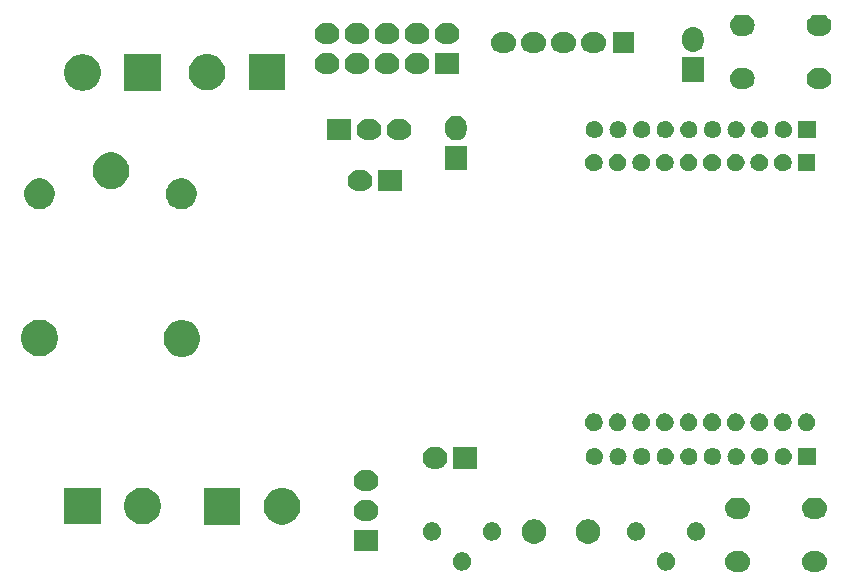
<source format=gbs>
G04 #@! TF.GenerationSoftware,KiCad,Pcbnew,5.1.4-e60b266~84~ubuntu18.04.1*
G04 #@! TF.CreationDate,2019-11-01T15:12:37-03:00*
G04 #@! TF.ProjectId,Xbee,58626565-2e6b-4696-9361-645f70636258,rev?*
G04 #@! TF.SameCoordinates,Original*
G04 #@! TF.FileFunction,Soldermask,Bot*
G04 #@! TF.FilePolarity,Negative*
%FSLAX46Y46*%
G04 Gerber Fmt 4.6, Leading zero omitted, Abs format (unit mm)*
G04 Created by KiCad (PCBNEW 5.1.4-e60b266~84~ubuntu18.04.1) date 2019-11-01 15:12:37*
%MOMM*%
%LPD*%
G04 APERTURE LIST*
%ADD10C,0.150000*%
G04 APERTURE END LIST*
D10*
G36*
X151771442Y-77083518D02*
G01*
X151837627Y-77090037D01*
X152007466Y-77141557D01*
X152163991Y-77225222D01*
X152177890Y-77236629D01*
X152301186Y-77337814D01*
X152384448Y-77439271D01*
X152413778Y-77475009D01*
X152497443Y-77631534D01*
X152548963Y-77801373D01*
X152566359Y-77978000D01*
X152548963Y-78154627D01*
X152497443Y-78324466D01*
X152413778Y-78480991D01*
X152384448Y-78516729D01*
X152301186Y-78618186D01*
X152199729Y-78701448D01*
X152163991Y-78730778D01*
X152007466Y-78814443D01*
X151837627Y-78865963D01*
X151771443Y-78872481D01*
X151705260Y-78879000D01*
X151316740Y-78879000D01*
X151250557Y-78872481D01*
X151184373Y-78865963D01*
X151014534Y-78814443D01*
X150858009Y-78730778D01*
X150822271Y-78701448D01*
X150720814Y-78618186D01*
X150637552Y-78516729D01*
X150608222Y-78480991D01*
X150524557Y-78324466D01*
X150473037Y-78154627D01*
X150455641Y-77978000D01*
X150473037Y-77801373D01*
X150524557Y-77631534D01*
X150608222Y-77475009D01*
X150637552Y-77439271D01*
X150720814Y-77337814D01*
X150844110Y-77236629D01*
X150858009Y-77225222D01*
X151014534Y-77141557D01*
X151184373Y-77090037D01*
X151250558Y-77083518D01*
X151316740Y-77077000D01*
X151705260Y-77077000D01*
X151771442Y-77083518D01*
X151771442Y-77083518D01*
G37*
G36*
X145271442Y-77083518D02*
G01*
X145337627Y-77090037D01*
X145507466Y-77141557D01*
X145663991Y-77225222D01*
X145677890Y-77236629D01*
X145801186Y-77337814D01*
X145884448Y-77439271D01*
X145913778Y-77475009D01*
X145997443Y-77631534D01*
X146048963Y-77801373D01*
X146066359Y-77978000D01*
X146048963Y-78154627D01*
X145997443Y-78324466D01*
X145913778Y-78480991D01*
X145884448Y-78516729D01*
X145801186Y-78618186D01*
X145699729Y-78701448D01*
X145663991Y-78730778D01*
X145507466Y-78814443D01*
X145337627Y-78865963D01*
X145271443Y-78872481D01*
X145205260Y-78879000D01*
X144816740Y-78879000D01*
X144750557Y-78872481D01*
X144684373Y-78865963D01*
X144514534Y-78814443D01*
X144358009Y-78730778D01*
X144322271Y-78701448D01*
X144220814Y-78618186D01*
X144137552Y-78516729D01*
X144108222Y-78480991D01*
X144024557Y-78324466D01*
X143973037Y-78154627D01*
X143955641Y-77978000D01*
X143973037Y-77801373D01*
X144024557Y-77631534D01*
X144108222Y-77475009D01*
X144137552Y-77439271D01*
X144220814Y-77337814D01*
X144344110Y-77236629D01*
X144358009Y-77225222D01*
X144514534Y-77141557D01*
X144684373Y-77090037D01*
X144750558Y-77083518D01*
X144816740Y-77077000D01*
X145205260Y-77077000D01*
X145271442Y-77083518D01*
X145271442Y-77083518D01*
G37*
G36*
X139063589Y-77216876D02*
G01*
X139162893Y-77236629D01*
X139303206Y-77294748D01*
X139429484Y-77379125D01*
X139536875Y-77486516D01*
X139621252Y-77612794D01*
X139679371Y-77753107D01*
X139709000Y-77902063D01*
X139709000Y-78053937D01*
X139679371Y-78202893D01*
X139621252Y-78343206D01*
X139536875Y-78469484D01*
X139429484Y-78576875D01*
X139303206Y-78661252D01*
X139162893Y-78719371D01*
X139063589Y-78739124D01*
X139013938Y-78749000D01*
X138862062Y-78749000D01*
X138812411Y-78739124D01*
X138713107Y-78719371D01*
X138572794Y-78661252D01*
X138446516Y-78576875D01*
X138339125Y-78469484D01*
X138254748Y-78343206D01*
X138196629Y-78202893D01*
X138167000Y-78053937D01*
X138167000Y-77902063D01*
X138196629Y-77753107D01*
X138254748Y-77612794D01*
X138339125Y-77486516D01*
X138446516Y-77379125D01*
X138572794Y-77294748D01*
X138713107Y-77236629D01*
X138812411Y-77216876D01*
X138862062Y-77207000D01*
X139013938Y-77207000D01*
X139063589Y-77216876D01*
X139063589Y-77216876D01*
G37*
G36*
X121791589Y-77216876D02*
G01*
X121890893Y-77236629D01*
X122031206Y-77294748D01*
X122157484Y-77379125D01*
X122264875Y-77486516D01*
X122349252Y-77612794D01*
X122407371Y-77753107D01*
X122437000Y-77902063D01*
X122437000Y-78053937D01*
X122407371Y-78202893D01*
X122349252Y-78343206D01*
X122264875Y-78469484D01*
X122157484Y-78576875D01*
X122031206Y-78661252D01*
X121890893Y-78719371D01*
X121791589Y-78739124D01*
X121741938Y-78749000D01*
X121590062Y-78749000D01*
X121540411Y-78739124D01*
X121441107Y-78719371D01*
X121300794Y-78661252D01*
X121174516Y-78576875D01*
X121067125Y-78469484D01*
X120982748Y-78343206D01*
X120924629Y-78202893D01*
X120895000Y-78053937D01*
X120895000Y-77902063D01*
X120924629Y-77753107D01*
X120982748Y-77612794D01*
X121067125Y-77486516D01*
X121174516Y-77379125D01*
X121300794Y-77294748D01*
X121441107Y-77236629D01*
X121540411Y-77216876D01*
X121590062Y-77207000D01*
X121741938Y-77207000D01*
X121791589Y-77216876D01*
X121791589Y-77216876D01*
G37*
G36*
X114589000Y-77101000D02*
G01*
X112487000Y-77101000D01*
X112487000Y-75299000D01*
X114589000Y-75299000D01*
X114589000Y-77101000D01*
X114589000Y-77101000D01*
G37*
G36*
X128068564Y-74427389D02*
G01*
X128259833Y-74506615D01*
X128259835Y-74506616D01*
X128321715Y-74547963D01*
X128431973Y-74621635D01*
X128578365Y-74768027D01*
X128693385Y-74940167D01*
X128772611Y-75131436D01*
X128813000Y-75334484D01*
X128813000Y-75541516D01*
X128772611Y-75744564D01*
X128696015Y-75929483D01*
X128693384Y-75935835D01*
X128578365Y-76107973D01*
X128431973Y-76254365D01*
X128259835Y-76369384D01*
X128259834Y-76369385D01*
X128259833Y-76369385D01*
X128068564Y-76448611D01*
X127865516Y-76489000D01*
X127658484Y-76489000D01*
X127455436Y-76448611D01*
X127264167Y-76369385D01*
X127264166Y-76369385D01*
X127264165Y-76369384D01*
X127092027Y-76254365D01*
X126945635Y-76107973D01*
X126830616Y-75935835D01*
X126827985Y-75929483D01*
X126751389Y-75744564D01*
X126711000Y-75541516D01*
X126711000Y-75334484D01*
X126751389Y-75131436D01*
X126830615Y-74940167D01*
X126945635Y-74768027D01*
X127092027Y-74621635D01*
X127202285Y-74547963D01*
X127264165Y-74506616D01*
X127264167Y-74506615D01*
X127455436Y-74427389D01*
X127658484Y-74387000D01*
X127865516Y-74387000D01*
X128068564Y-74427389D01*
X128068564Y-74427389D01*
G37*
G36*
X132640564Y-74427389D02*
G01*
X132831833Y-74506615D01*
X132831835Y-74506616D01*
X132893715Y-74547963D01*
X133003973Y-74621635D01*
X133150365Y-74768027D01*
X133265385Y-74940167D01*
X133344611Y-75131436D01*
X133385000Y-75334484D01*
X133385000Y-75541516D01*
X133344611Y-75744564D01*
X133268015Y-75929483D01*
X133265384Y-75935835D01*
X133150365Y-76107973D01*
X133003973Y-76254365D01*
X132831835Y-76369384D01*
X132831834Y-76369385D01*
X132831833Y-76369385D01*
X132640564Y-76448611D01*
X132437516Y-76489000D01*
X132230484Y-76489000D01*
X132027436Y-76448611D01*
X131836167Y-76369385D01*
X131836166Y-76369385D01*
X131836165Y-76369384D01*
X131664027Y-76254365D01*
X131517635Y-76107973D01*
X131402616Y-75935835D01*
X131399985Y-75929483D01*
X131323389Y-75744564D01*
X131283000Y-75541516D01*
X131283000Y-75334484D01*
X131323389Y-75131436D01*
X131402615Y-74940167D01*
X131517635Y-74768027D01*
X131664027Y-74621635D01*
X131774285Y-74547963D01*
X131836165Y-74506616D01*
X131836167Y-74506615D01*
X132027436Y-74427389D01*
X132230484Y-74387000D01*
X132437516Y-74387000D01*
X132640564Y-74427389D01*
X132640564Y-74427389D01*
G37*
G36*
X136511537Y-74674479D02*
G01*
X136622893Y-74696629D01*
X136763206Y-74754748D01*
X136889484Y-74839125D01*
X136996875Y-74946516D01*
X137081252Y-75072794D01*
X137139371Y-75213107D01*
X137169000Y-75362063D01*
X137169000Y-75513937D01*
X137139371Y-75662893D01*
X137081252Y-75803206D01*
X136996875Y-75929484D01*
X136889484Y-76036875D01*
X136763206Y-76121252D01*
X136622893Y-76179371D01*
X136523589Y-76199124D01*
X136473938Y-76209000D01*
X136322062Y-76209000D01*
X136272411Y-76199124D01*
X136173107Y-76179371D01*
X136032794Y-76121252D01*
X135906516Y-76036875D01*
X135799125Y-75929484D01*
X135714748Y-75803206D01*
X135656629Y-75662893D01*
X135627000Y-75513937D01*
X135627000Y-75362063D01*
X135656629Y-75213107D01*
X135714748Y-75072794D01*
X135799125Y-74946516D01*
X135906516Y-74839125D01*
X136032794Y-74754748D01*
X136173107Y-74696629D01*
X136284463Y-74674479D01*
X136322062Y-74667000D01*
X136473938Y-74667000D01*
X136511537Y-74674479D01*
X136511537Y-74674479D01*
G37*
G36*
X141591537Y-74674479D02*
G01*
X141702893Y-74696629D01*
X141843206Y-74754748D01*
X141969484Y-74839125D01*
X142076875Y-74946516D01*
X142161252Y-75072794D01*
X142219371Y-75213107D01*
X142249000Y-75362063D01*
X142249000Y-75513937D01*
X142219371Y-75662893D01*
X142161252Y-75803206D01*
X142076875Y-75929484D01*
X141969484Y-76036875D01*
X141843206Y-76121252D01*
X141702893Y-76179371D01*
X141603589Y-76199124D01*
X141553938Y-76209000D01*
X141402062Y-76209000D01*
X141352411Y-76199124D01*
X141253107Y-76179371D01*
X141112794Y-76121252D01*
X140986516Y-76036875D01*
X140879125Y-75929484D01*
X140794748Y-75803206D01*
X140736629Y-75662893D01*
X140707000Y-75513937D01*
X140707000Y-75362063D01*
X140736629Y-75213107D01*
X140794748Y-75072794D01*
X140879125Y-74946516D01*
X140986516Y-74839125D01*
X141112794Y-74754748D01*
X141253107Y-74696629D01*
X141364463Y-74674479D01*
X141402062Y-74667000D01*
X141553938Y-74667000D01*
X141591537Y-74674479D01*
X141591537Y-74674479D01*
G37*
G36*
X119239537Y-74674479D02*
G01*
X119350893Y-74696629D01*
X119491206Y-74754748D01*
X119617484Y-74839125D01*
X119724875Y-74946516D01*
X119809252Y-75072794D01*
X119867371Y-75213107D01*
X119897000Y-75362063D01*
X119897000Y-75513937D01*
X119867371Y-75662893D01*
X119809252Y-75803206D01*
X119724875Y-75929484D01*
X119617484Y-76036875D01*
X119491206Y-76121252D01*
X119350893Y-76179371D01*
X119251589Y-76199124D01*
X119201938Y-76209000D01*
X119050062Y-76209000D01*
X119000411Y-76199124D01*
X118901107Y-76179371D01*
X118760794Y-76121252D01*
X118634516Y-76036875D01*
X118527125Y-75929484D01*
X118442748Y-75803206D01*
X118384629Y-75662893D01*
X118355000Y-75513937D01*
X118355000Y-75362063D01*
X118384629Y-75213107D01*
X118442748Y-75072794D01*
X118527125Y-74946516D01*
X118634516Y-74839125D01*
X118760794Y-74754748D01*
X118901107Y-74696629D01*
X119012463Y-74674479D01*
X119050062Y-74667000D01*
X119201938Y-74667000D01*
X119239537Y-74674479D01*
X119239537Y-74674479D01*
G37*
G36*
X124319537Y-74674479D02*
G01*
X124430893Y-74696629D01*
X124571206Y-74754748D01*
X124697484Y-74839125D01*
X124804875Y-74946516D01*
X124889252Y-75072794D01*
X124947371Y-75213107D01*
X124977000Y-75362063D01*
X124977000Y-75513937D01*
X124947371Y-75662893D01*
X124889252Y-75803206D01*
X124804875Y-75929484D01*
X124697484Y-76036875D01*
X124571206Y-76121252D01*
X124430893Y-76179371D01*
X124331589Y-76199124D01*
X124281938Y-76209000D01*
X124130062Y-76209000D01*
X124080411Y-76199124D01*
X123981107Y-76179371D01*
X123840794Y-76121252D01*
X123714516Y-76036875D01*
X123607125Y-75929484D01*
X123522748Y-75803206D01*
X123464629Y-75662893D01*
X123435000Y-75513937D01*
X123435000Y-75362063D01*
X123464629Y-75213107D01*
X123522748Y-75072794D01*
X123607125Y-74946516D01*
X123714516Y-74839125D01*
X123840794Y-74754748D01*
X123981107Y-74696629D01*
X124092463Y-74674479D01*
X124130062Y-74667000D01*
X124281938Y-74667000D01*
X124319537Y-74674479D01*
X124319537Y-74674479D01*
G37*
G36*
X102900000Y-74851000D02*
G01*
X99798000Y-74851000D01*
X99798000Y-71749000D01*
X102900000Y-71749000D01*
X102900000Y-74851000D01*
X102900000Y-74851000D01*
G37*
G36*
X106731585Y-71778802D02*
G01*
X106881410Y-71808604D01*
X107163674Y-71925521D01*
X107417705Y-72095259D01*
X107633741Y-72311295D01*
X107803479Y-72565326D01*
X107920396Y-72847590D01*
X107945741Y-72975009D01*
X107980000Y-73147239D01*
X107980000Y-73452761D01*
X107973911Y-73483373D01*
X107920396Y-73752410D01*
X107803479Y-74034674D01*
X107633741Y-74288705D01*
X107417705Y-74504741D01*
X107163674Y-74674479D01*
X106881410Y-74791396D01*
X106731585Y-74821198D01*
X106581761Y-74851000D01*
X106276239Y-74851000D01*
X106126415Y-74821198D01*
X105976590Y-74791396D01*
X105694326Y-74674479D01*
X105440295Y-74504741D01*
X105224259Y-74288705D01*
X105054521Y-74034674D01*
X104937604Y-73752410D01*
X104884089Y-73483373D01*
X104878000Y-73452761D01*
X104878000Y-73147239D01*
X104912259Y-72975009D01*
X104937604Y-72847590D01*
X105054521Y-72565326D01*
X105224259Y-72311295D01*
X105440295Y-72095259D01*
X105694326Y-71925521D01*
X105976590Y-71808604D01*
X106126415Y-71778802D01*
X106276239Y-71749000D01*
X106581761Y-71749000D01*
X106731585Y-71778802D01*
X106731585Y-71778802D01*
G37*
G36*
X94907444Y-71749000D02*
G01*
X95081410Y-71783604D01*
X95363674Y-71900521D01*
X95617705Y-72070259D01*
X95833741Y-72286295D01*
X96003479Y-72540326D01*
X96120396Y-72822590D01*
X96180000Y-73122240D01*
X96180000Y-73427760D01*
X96120396Y-73727410D01*
X96003479Y-74009674D01*
X95833741Y-74263705D01*
X95617705Y-74479741D01*
X95363674Y-74649479D01*
X95081410Y-74766396D01*
X94955726Y-74791396D01*
X94781761Y-74826000D01*
X94476239Y-74826000D01*
X94302274Y-74791396D01*
X94176590Y-74766396D01*
X93894326Y-74649479D01*
X93640295Y-74479741D01*
X93424259Y-74263705D01*
X93254521Y-74009674D01*
X93137604Y-73727410D01*
X93078000Y-73427760D01*
X93078000Y-73122240D01*
X93137604Y-72822590D01*
X93254521Y-72540326D01*
X93424259Y-72286295D01*
X93640295Y-72070259D01*
X93894326Y-71900521D01*
X94176590Y-71783604D01*
X94350556Y-71749000D01*
X94476239Y-71724000D01*
X94781761Y-71724000D01*
X94907444Y-71749000D01*
X94907444Y-71749000D01*
G37*
G36*
X91100000Y-74826000D02*
G01*
X87998000Y-74826000D01*
X87998000Y-71724000D01*
X91100000Y-71724000D01*
X91100000Y-74826000D01*
X91100000Y-74826000D01*
G37*
G36*
X113798442Y-72765518D02*
G01*
X113864627Y-72772037D01*
X114034466Y-72823557D01*
X114190991Y-72907222D01*
X114226729Y-72936552D01*
X114328186Y-73019814D01*
X114411448Y-73121271D01*
X114440778Y-73157009D01*
X114524443Y-73313534D01*
X114575963Y-73483373D01*
X114593359Y-73660000D01*
X114575963Y-73836627D01*
X114524443Y-74006466D01*
X114524442Y-74006468D01*
X114509365Y-74034674D01*
X114440778Y-74162991D01*
X114411448Y-74198729D01*
X114328186Y-74300186D01*
X114248035Y-74365963D01*
X114190991Y-74412778D01*
X114034466Y-74496443D01*
X113864627Y-74547963D01*
X113798442Y-74554482D01*
X113732260Y-74561000D01*
X113343740Y-74561000D01*
X113277558Y-74554482D01*
X113211373Y-74547963D01*
X113041534Y-74496443D01*
X112885009Y-74412778D01*
X112827965Y-74365963D01*
X112747814Y-74300186D01*
X112664552Y-74198729D01*
X112635222Y-74162991D01*
X112566635Y-74034674D01*
X112551558Y-74006468D01*
X112551557Y-74006466D01*
X112500037Y-73836627D01*
X112482641Y-73660000D01*
X112500037Y-73483373D01*
X112551557Y-73313534D01*
X112635222Y-73157009D01*
X112664552Y-73121271D01*
X112747814Y-73019814D01*
X112849271Y-72936552D01*
X112885009Y-72907222D01*
X113041534Y-72823557D01*
X113211373Y-72772037D01*
X113277558Y-72765518D01*
X113343740Y-72759000D01*
X113732260Y-72759000D01*
X113798442Y-72765518D01*
X113798442Y-72765518D01*
G37*
G36*
X145271442Y-72583518D02*
G01*
X145337627Y-72590037D01*
X145507466Y-72641557D01*
X145663991Y-72725222D01*
X145699729Y-72754552D01*
X145801186Y-72837814D01*
X145884448Y-72939271D01*
X145913778Y-72975009D01*
X145997443Y-73131534D01*
X146048963Y-73301373D01*
X146066359Y-73478000D01*
X146048963Y-73654627D01*
X145997443Y-73824466D01*
X145913778Y-73980991D01*
X145892871Y-74006466D01*
X145801186Y-74118186D01*
X145699729Y-74201448D01*
X145663991Y-74230778D01*
X145507466Y-74314443D01*
X145337627Y-74365963D01*
X145271442Y-74372482D01*
X145205260Y-74379000D01*
X144816740Y-74379000D01*
X144750558Y-74372482D01*
X144684373Y-74365963D01*
X144514534Y-74314443D01*
X144358009Y-74230778D01*
X144322271Y-74201448D01*
X144220814Y-74118186D01*
X144129129Y-74006466D01*
X144108222Y-73980991D01*
X144024557Y-73824466D01*
X143973037Y-73654627D01*
X143955641Y-73478000D01*
X143973037Y-73301373D01*
X144024557Y-73131534D01*
X144108222Y-72975009D01*
X144137552Y-72939271D01*
X144220814Y-72837814D01*
X144322271Y-72754552D01*
X144358009Y-72725222D01*
X144514534Y-72641557D01*
X144684373Y-72590037D01*
X144750558Y-72583518D01*
X144816740Y-72577000D01*
X145205260Y-72577000D01*
X145271442Y-72583518D01*
X145271442Y-72583518D01*
G37*
G36*
X151771442Y-72583518D02*
G01*
X151837627Y-72590037D01*
X152007466Y-72641557D01*
X152163991Y-72725222D01*
X152199729Y-72754552D01*
X152301186Y-72837814D01*
X152384448Y-72939271D01*
X152413778Y-72975009D01*
X152497443Y-73131534D01*
X152548963Y-73301373D01*
X152566359Y-73478000D01*
X152548963Y-73654627D01*
X152497443Y-73824466D01*
X152413778Y-73980991D01*
X152392871Y-74006466D01*
X152301186Y-74118186D01*
X152199729Y-74201448D01*
X152163991Y-74230778D01*
X152007466Y-74314443D01*
X151837627Y-74365963D01*
X151771442Y-74372482D01*
X151705260Y-74379000D01*
X151316740Y-74379000D01*
X151250558Y-74372482D01*
X151184373Y-74365963D01*
X151014534Y-74314443D01*
X150858009Y-74230778D01*
X150822271Y-74201448D01*
X150720814Y-74118186D01*
X150629129Y-74006466D01*
X150608222Y-73980991D01*
X150524557Y-73824466D01*
X150473037Y-73654627D01*
X150455641Y-73478000D01*
X150473037Y-73301373D01*
X150524557Y-73131534D01*
X150608222Y-72975009D01*
X150637552Y-72939271D01*
X150720814Y-72837814D01*
X150822271Y-72754552D01*
X150858009Y-72725222D01*
X151014534Y-72641557D01*
X151184373Y-72590037D01*
X151250558Y-72583518D01*
X151316740Y-72577000D01*
X151705260Y-72577000D01*
X151771442Y-72583518D01*
X151771442Y-72583518D01*
G37*
G36*
X113798442Y-70225518D02*
G01*
X113864627Y-70232037D01*
X114034466Y-70283557D01*
X114190991Y-70367222D01*
X114226729Y-70396552D01*
X114328186Y-70479814D01*
X114411448Y-70581271D01*
X114440778Y-70617009D01*
X114524443Y-70773534D01*
X114575963Y-70943373D01*
X114593359Y-71120000D01*
X114575963Y-71296627D01*
X114524443Y-71466466D01*
X114440778Y-71622991D01*
X114411448Y-71658729D01*
X114328186Y-71760186D01*
X114226729Y-71843448D01*
X114190991Y-71872778D01*
X114034466Y-71956443D01*
X113864627Y-72007963D01*
X113798443Y-72014481D01*
X113732260Y-72021000D01*
X113343740Y-72021000D01*
X113277557Y-72014481D01*
X113211373Y-72007963D01*
X113041534Y-71956443D01*
X112885009Y-71872778D01*
X112849271Y-71843448D01*
X112747814Y-71760186D01*
X112664552Y-71658729D01*
X112635222Y-71622991D01*
X112551557Y-71466466D01*
X112500037Y-71296627D01*
X112482641Y-71120000D01*
X112500037Y-70943373D01*
X112551557Y-70773534D01*
X112635222Y-70617009D01*
X112664552Y-70581271D01*
X112747814Y-70479814D01*
X112849271Y-70396552D01*
X112885009Y-70367222D01*
X113041534Y-70283557D01*
X113211373Y-70232037D01*
X113277558Y-70225518D01*
X113343740Y-70219000D01*
X113732260Y-70219000D01*
X113798442Y-70225518D01*
X113798442Y-70225518D01*
G37*
G36*
X122971000Y-70116000D02*
G01*
X120869000Y-70116000D01*
X120869000Y-68314000D01*
X122971000Y-68314000D01*
X122971000Y-70116000D01*
X122971000Y-70116000D01*
G37*
G36*
X119640442Y-68320518D02*
G01*
X119706627Y-68327037D01*
X119876466Y-68378557D01*
X120032991Y-68462222D01*
X120068729Y-68491552D01*
X120170186Y-68574814D01*
X120253448Y-68676271D01*
X120282778Y-68712009D01*
X120366443Y-68868534D01*
X120417963Y-69038373D01*
X120435359Y-69215000D01*
X120417963Y-69391627D01*
X120366443Y-69561466D01*
X120282778Y-69717991D01*
X120253448Y-69753729D01*
X120170186Y-69855186D01*
X120068729Y-69938448D01*
X120032991Y-69967778D01*
X119876466Y-70051443D01*
X119706627Y-70102963D01*
X119640442Y-70109482D01*
X119574260Y-70116000D01*
X119185740Y-70116000D01*
X119119558Y-70109482D01*
X119053373Y-70102963D01*
X118883534Y-70051443D01*
X118727009Y-69967778D01*
X118691271Y-69938448D01*
X118589814Y-69855186D01*
X118506552Y-69753729D01*
X118477222Y-69717991D01*
X118393557Y-69561466D01*
X118342037Y-69391627D01*
X118324641Y-69215000D01*
X118342037Y-69038373D01*
X118393557Y-68868534D01*
X118477222Y-68712009D01*
X118506552Y-68676271D01*
X118589814Y-68574814D01*
X118691271Y-68491552D01*
X118727009Y-68462222D01*
X118883534Y-68378557D01*
X119053373Y-68327037D01*
X119119558Y-68320518D01*
X119185740Y-68314000D01*
X119574260Y-68314000D01*
X119640442Y-68320518D01*
X119640442Y-68320518D01*
G37*
G36*
X142945213Y-68365502D02*
G01*
X143016321Y-68372505D01*
X143153172Y-68414019D01*
X143153175Y-68414020D01*
X143279294Y-68481432D01*
X143389843Y-68572157D01*
X143480568Y-68682706D01*
X143547980Y-68808825D01*
X143547981Y-68808828D01*
X143589495Y-68945679D01*
X143603512Y-69088000D01*
X143589495Y-69230321D01*
X143547981Y-69367172D01*
X143547980Y-69367175D01*
X143480568Y-69493294D01*
X143389843Y-69603843D01*
X143279294Y-69694568D01*
X143153175Y-69761980D01*
X143153172Y-69761981D01*
X143016321Y-69803495D01*
X142945213Y-69810498D01*
X142909660Y-69814000D01*
X142838340Y-69814000D01*
X142802787Y-69810498D01*
X142731679Y-69803495D01*
X142594828Y-69761981D01*
X142594825Y-69761980D01*
X142468706Y-69694568D01*
X142358157Y-69603843D01*
X142267432Y-69493294D01*
X142200020Y-69367175D01*
X142200019Y-69367172D01*
X142158505Y-69230321D01*
X142144488Y-69088000D01*
X142158505Y-68945679D01*
X142200019Y-68808828D01*
X142200020Y-68808825D01*
X142267432Y-68682706D01*
X142358157Y-68572157D01*
X142468706Y-68481432D01*
X142594825Y-68414020D01*
X142594828Y-68414019D01*
X142731679Y-68372505D01*
X142802787Y-68365502D01*
X142838340Y-68362000D01*
X142909660Y-68362000D01*
X142945213Y-68365502D01*
X142945213Y-68365502D01*
G37*
G36*
X146945213Y-68365502D02*
G01*
X147016321Y-68372505D01*
X147153172Y-68414019D01*
X147153175Y-68414020D01*
X147279294Y-68481432D01*
X147389843Y-68572157D01*
X147480568Y-68682706D01*
X147547980Y-68808825D01*
X147547981Y-68808828D01*
X147589495Y-68945679D01*
X147603512Y-69088000D01*
X147589495Y-69230321D01*
X147547981Y-69367172D01*
X147547980Y-69367175D01*
X147480568Y-69493294D01*
X147389843Y-69603843D01*
X147279294Y-69694568D01*
X147153175Y-69761980D01*
X147153172Y-69761981D01*
X147016321Y-69803495D01*
X146945213Y-69810498D01*
X146909660Y-69814000D01*
X146838340Y-69814000D01*
X146802787Y-69810498D01*
X146731679Y-69803495D01*
X146594828Y-69761981D01*
X146594825Y-69761980D01*
X146468706Y-69694568D01*
X146358157Y-69603843D01*
X146267432Y-69493294D01*
X146200020Y-69367175D01*
X146200019Y-69367172D01*
X146158505Y-69230321D01*
X146144488Y-69088000D01*
X146158505Y-68945679D01*
X146200019Y-68808828D01*
X146200020Y-68808825D01*
X146267432Y-68682706D01*
X146358157Y-68572157D01*
X146468706Y-68481432D01*
X146594825Y-68414020D01*
X146594828Y-68414019D01*
X146731679Y-68372505D01*
X146802787Y-68365502D01*
X146838340Y-68362000D01*
X146909660Y-68362000D01*
X146945213Y-68365502D01*
X146945213Y-68365502D01*
G37*
G36*
X151600000Y-69814000D02*
G01*
X150148000Y-69814000D01*
X150148000Y-68362000D01*
X151600000Y-68362000D01*
X151600000Y-69814000D01*
X151600000Y-69814000D01*
G37*
G36*
X148945213Y-68365502D02*
G01*
X149016321Y-68372505D01*
X149153172Y-68414019D01*
X149153175Y-68414020D01*
X149279294Y-68481432D01*
X149389843Y-68572157D01*
X149480568Y-68682706D01*
X149547980Y-68808825D01*
X149547981Y-68808828D01*
X149589495Y-68945679D01*
X149603512Y-69088000D01*
X149589495Y-69230321D01*
X149547981Y-69367172D01*
X149547980Y-69367175D01*
X149480568Y-69493294D01*
X149389843Y-69603843D01*
X149279294Y-69694568D01*
X149153175Y-69761980D01*
X149153172Y-69761981D01*
X149016321Y-69803495D01*
X148945213Y-69810498D01*
X148909660Y-69814000D01*
X148838340Y-69814000D01*
X148802787Y-69810498D01*
X148731679Y-69803495D01*
X148594828Y-69761981D01*
X148594825Y-69761980D01*
X148468706Y-69694568D01*
X148358157Y-69603843D01*
X148267432Y-69493294D01*
X148200020Y-69367175D01*
X148200019Y-69367172D01*
X148158505Y-69230321D01*
X148144488Y-69088000D01*
X148158505Y-68945679D01*
X148200019Y-68808828D01*
X148200020Y-68808825D01*
X148267432Y-68682706D01*
X148358157Y-68572157D01*
X148468706Y-68481432D01*
X148594825Y-68414020D01*
X148594828Y-68414019D01*
X148731679Y-68372505D01*
X148802787Y-68365502D01*
X148838340Y-68362000D01*
X148909660Y-68362000D01*
X148945213Y-68365502D01*
X148945213Y-68365502D01*
G37*
G36*
X144945213Y-68365502D02*
G01*
X145016321Y-68372505D01*
X145153172Y-68414019D01*
X145153175Y-68414020D01*
X145279294Y-68481432D01*
X145389843Y-68572157D01*
X145480568Y-68682706D01*
X145547980Y-68808825D01*
X145547981Y-68808828D01*
X145589495Y-68945679D01*
X145603512Y-69088000D01*
X145589495Y-69230321D01*
X145547981Y-69367172D01*
X145547980Y-69367175D01*
X145480568Y-69493294D01*
X145389843Y-69603843D01*
X145279294Y-69694568D01*
X145153175Y-69761980D01*
X145153172Y-69761981D01*
X145016321Y-69803495D01*
X144945213Y-69810498D01*
X144909660Y-69814000D01*
X144838340Y-69814000D01*
X144802787Y-69810498D01*
X144731679Y-69803495D01*
X144594828Y-69761981D01*
X144594825Y-69761980D01*
X144468706Y-69694568D01*
X144358157Y-69603843D01*
X144267432Y-69493294D01*
X144200020Y-69367175D01*
X144200019Y-69367172D01*
X144158505Y-69230321D01*
X144144488Y-69088000D01*
X144158505Y-68945679D01*
X144200019Y-68808828D01*
X144200020Y-68808825D01*
X144267432Y-68682706D01*
X144358157Y-68572157D01*
X144468706Y-68481432D01*
X144594825Y-68414020D01*
X144594828Y-68414019D01*
X144731679Y-68372505D01*
X144802787Y-68365502D01*
X144838340Y-68362000D01*
X144909660Y-68362000D01*
X144945213Y-68365502D01*
X144945213Y-68365502D01*
G37*
G36*
X140945213Y-68365502D02*
G01*
X141016321Y-68372505D01*
X141153172Y-68414019D01*
X141153175Y-68414020D01*
X141279294Y-68481432D01*
X141389843Y-68572157D01*
X141480568Y-68682706D01*
X141547980Y-68808825D01*
X141547981Y-68808828D01*
X141589495Y-68945679D01*
X141603512Y-69088000D01*
X141589495Y-69230321D01*
X141547981Y-69367172D01*
X141547980Y-69367175D01*
X141480568Y-69493294D01*
X141389843Y-69603843D01*
X141279294Y-69694568D01*
X141153175Y-69761980D01*
X141153172Y-69761981D01*
X141016321Y-69803495D01*
X140945213Y-69810498D01*
X140909660Y-69814000D01*
X140838340Y-69814000D01*
X140802787Y-69810498D01*
X140731679Y-69803495D01*
X140594828Y-69761981D01*
X140594825Y-69761980D01*
X140468706Y-69694568D01*
X140358157Y-69603843D01*
X140267432Y-69493294D01*
X140200020Y-69367175D01*
X140200019Y-69367172D01*
X140158505Y-69230321D01*
X140144488Y-69088000D01*
X140158505Y-68945679D01*
X140200019Y-68808828D01*
X140200020Y-68808825D01*
X140267432Y-68682706D01*
X140358157Y-68572157D01*
X140468706Y-68481432D01*
X140594825Y-68414020D01*
X140594828Y-68414019D01*
X140731679Y-68372505D01*
X140802787Y-68365502D01*
X140838340Y-68362000D01*
X140909660Y-68362000D01*
X140945213Y-68365502D01*
X140945213Y-68365502D01*
G37*
G36*
X138945213Y-68365502D02*
G01*
X139016321Y-68372505D01*
X139153172Y-68414019D01*
X139153175Y-68414020D01*
X139279294Y-68481432D01*
X139389843Y-68572157D01*
X139480568Y-68682706D01*
X139547980Y-68808825D01*
X139547981Y-68808828D01*
X139589495Y-68945679D01*
X139603512Y-69088000D01*
X139589495Y-69230321D01*
X139547981Y-69367172D01*
X139547980Y-69367175D01*
X139480568Y-69493294D01*
X139389843Y-69603843D01*
X139279294Y-69694568D01*
X139153175Y-69761980D01*
X139153172Y-69761981D01*
X139016321Y-69803495D01*
X138945213Y-69810498D01*
X138909660Y-69814000D01*
X138838340Y-69814000D01*
X138802787Y-69810498D01*
X138731679Y-69803495D01*
X138594828Y-69761981D01*
X138594825Y-69761980D01*
X138468706Y-69694568D01*
X138358157Y-69603843D01*
X138267432Y-69493294D01*
X138200020Y-69367175D01*
X138200019Y-69367172D01*
X138158505Y-69230321D01*
X138144488Y-69088000D01*
X138158505Y-68945679D01*
X138200019Y-68808828D01*
X138200020Y-68808825D01*
X138267432Y-68682706D01*
X138358157Y-68572157D01*
X138468706Y-68481432D01*
X138594825Y-68414020D01*
X138594828Y-68414019D01*
X138731679Y-68372505D01*
X138802787Y-68365502D01*
X138838340Y-68362000D01*
X138909660Y-68362000D01*
X138945213Y-68365502D01*
X138945213Y-68365502D01*
G37*
G36*
X136945213Y-68365502D02*
G01*
X137016321Y-68372505D01*
X137153172Y-68414019D01*
X137153175Y-68414020D01*
X137279294Y-68481432D01*
X137389843Y-68572157D01*
X137480568Y-68682706D01*
X137547980Y-68808825D01*
X137547981Y-68808828D01*
X137589495Y-68945679D01*
X137603512Y-69088000D01*
X137589495Y-69230321D01*
X137547981Y-69367172D01*
X137547980Y-69367175D01*
X137480568Y-69493294D01*
X137389843Y-69603843D01*
X137279294Y-69694568D01*
X137153175Y-69761980D01*
X137153172Y-69761981D01*
X137016321Y-69803495D01*
X136945213Y-69810498D01*
X136909660Y-69814000D01*
X136838340Y-69814000D01*
X136802787Y-69810498D01*
X136731679Y-69803495D01*
X136594828Y-69761981D01*
X136594825Y-69761980D01*
X136468706Y-69694568D01*
X136358157Y-69603843D01*
X136267432Y-69493294D01*
X136200020Y-69367175D01*
X136200019Y-69367172D01*
X136158505Y-69230321D01*
X136144488Y-69088000D01*
X136158505Y-68945679D01*
X136200019Y-68808828D01*
X136200020Y-68808825D01*
X136267432Y-68682706D01*
X136358157Y-68572157D01*
X136468706Y-68481432D01*
X136594825Y-68414020D01*
X136594828Y-68414019D01*
X136731679Y-68372505D01*
X136802787Y-68365502D01*
X136838340Y-68362000D01*
X136909660Y-68362000D01*
X136945213Y-68365502D01*
X136945213Y-68365502D01*
G37*
G36*
X132945213Y-68365502D02*
G01*
X133016321Y-68372505D01*
X133153172Y-68414019D01*
X133153175Y-68414020D01*
X133279294Y-68481432D01*
X133389843Y-68572157D01*
X133480568Y-68682706D01*
X133547980Y-68808825D01*
X133547981Y-68808828D01*
X133589495Y-68945679D01*
X133603512Y-69088000D01*
X133589495Y-69230321D01*
X133547981Y-69367172D01*
X133547980Y-69367175D01*
X133480568Y-69493294D01*
X133389843Y-69603843D01*
X133279294Y-69694568D01*
X133153175Y-69761980D01*
X133153172Y-69761981D01*
X133016321Y-69803495D01*
X132945213Y-69810498D01*
X132909660Y-69814000D01*
X132838340Y-69814000D01*
X132802787Y-69810498D01*
X132731679Y-69803495D01*
X132594828Y-69761981D01*
X132594825Y-69761980D01*
X132468706Y-69694568D01*
X132358157Y-69603843D01*
X132267432Y-69493294D01*
X132200020Y-69367175D01*
X132200019Y-69367172D01*
X132158505Y-69230321D01*
X132144488Y-69088000D01*
X132158505Y-68945679D01*
X132200019Y-68808828D01*
X132200020Y-68808825D01*
X132267432Y-68682706D01*
X132358157Y-68572157D01*
X132468706Y-68481432D01*
X132594825Y-68414020D01*
X132594828Y-68414019D01*
X132731679Y-68372505D01*
X132802787Y-68365502D01*
X132838340Y-68362000D01*
X132909660Y-68362000D01*
X132945213Y-68365502D01*
X132945213Y-68365502D01*
G37*
G36*
X134945213Y-68365502D02*
G01*
X135016321Y-68372505D01*
X135153172Y-68414019D01*
X135153175Y-68414020D01*
X135279294Y-68481432D01*
X135389843Y-68572157D01*
X135480568Y-68682706D01*
X135547980Y-68808825D01*
X135547981Y-68808828D01*
X135589495Y-68945679D01*
X135603512Y-69088000D01*
X135589495Y-69230321D01*
X135547981Y-69367172D01*
X135547980Y-69367175D01*
X135480568Y-69493294D01*
X135389843Y-69603843D01*
X135279294Y-69694568D01*
X135153175Y-69761980D01*
X135153172Y-69761981D01*
X135016321Y-69803495D01*
X134945213Y-69810498D01*
X134909660Y-69814000D01*
X134838340Y-69814000D01*
X134802787Y-69810498D01*
X134731679Y-69803495D01*
X134594828Y-69761981D01*
X134594825Y-69761980D01*
X134468706Y-69694568D01*
X134358157Y-69603843D01*
X134267432Y-69493294D01*
X134200020Y-69367175D01*
X134200019Y-69367172D01*
X134158505Y-69230321D01*
X134144488Y-69088000D01*
X134158505Y-68945679D01*
X134200019Y-68808828D01*
X134200020Y-68808825D01*
X134267432Y-68682706D01*
X134358157Y-68572157D01*
X134468706Y-68481432D01*
X134594825Y-68414020D01*
X134594828Y-68414019D01*
X134731679Y-68372505D01*
X134802787Y-68365502D01*
X134838340Y-68362000D01*
X134909660Y-68362000D01*
X134945213Y-68365502D01*
X134945213Y-68365502D01*
G37*
G36*
X149055699Y-65468580D02*
G01*
X149192372Y-65525192D01*
X149315375Y-65607380D01*
X149419980Y-65711985D01*
X149502168Y-65834988D01*
X149558780Y-65971661D01*
X149587640Y-66116753D01*
X149587640Y-66264687D01*
X149558780Y-66409779D01*
X149502168Y-66546452D01*
X149419980Y-66669455D01*
X149315375Y-66774060D01*
X149192372Y-66856248D01*
X149192371Y-66856249D01*
X149192370Y-66856249D01*
X149055699Y-66912860D01*
X148910608Y-66941720D01*
X148762672Y-66941720D01*
X148617581Y-66912860D01*
X148480910Y-66856249D01*
X148480909Y-66856249D01*
X148480908Y-66856248D01*
X148357905Y-66774060D01*
X148253300Y-66669455D01*
X148171112Y-66546452D01*
X148114500Y-66409779D01*
X148085640Y-66264687D01*
X148085640Y-66116753D01*
X148114500Y-65971661D01*
X148171112Y-65834988D01*
X148253300Y-65711985D01*
X148357905Y-65607380D01*
X148480908Y-65525192D01*
X148617581Y-65468580D01*
X148762672Y-65439720D01*
X148910608Y-65439720D01*
X149055699Y-65468580D01*
X149055699Y-65468580D01*
G37*
G36*
X151055699Y-65468580D02*
G01*
X151192372Y-65525192D01*
X151315375Y-65607380D01*
X151419980Y-65711985D01*
X151502168Y-65834988D01*
X151558780Y-65971661D01*
X151587640Y-66116753D01*
X151587640Y-66264687D01*
X151558780Y-66409779D01*
X151502168Y-66546452D01*
X151419980Y-66669455D01*
X151315375Y-66774060D01*
X151192372Y-66856248D01*
X151192371Y-66856249D01*
X151192370Y-66856249D01*
X151055699Y-66912860D01*
X150910608Y-66941720D01*
X150762672Y-66941720D01*
X150617581Y-66912860D01*
X150480910Y-66856249D01*
X150480909Y-66856249D01*
X150480908Y-66856248D01*
X150357905Y-66774060D01*
X150253300Y-66669455D01*
X150171112Y-66546452D01*
X150114500Y-66409779D01*
X150085640Y-66264687D01*
X150085640Y-66116753D01*
X150114500Y-65971661D01*
X150171112Y-65834988D01*
X150253300Y-65711985D01*
X150357905Y-65607380D01*
X150480908Y-65525192D01*
X150617581Y-65468580D01*
X150762672Y-65439720D01*
X150910608Y-65439720D01*
X151055699Y-65468580D01*
X151055699Y-65468580D01*
G37*
G36*
X147055699Y-65468580D02*
G01*
X147192372Y-65525192D01*
X147315375Y-65607380D01*
X147419980Y-65711985D01*
X147502168Y-65834988D01*
X147558780Y-65971661D01*
X147587640Y-66116753D01*
X147587640Y-66264687D01*
X147558780Y-66409779D01*
X147502168Y-66546452D01*
X147419980Y-66669455D01*
X147315375Y-66774060D01*
X147192372Y-66856248D01*
X147192371Y-66856249D01*
X147192370Y-66856249D01*
X147055699Y-66912860D01*
X146910608Y-66941720D01*
X146762672Y-66941720D01*
X146617581Y-66912860D01*
X146480910Y-66856249D01*
X146480909Y-66856249D01*
X146480908Y-66856248D01*
X146357905Y-66774060D01*
X146253300Y-66669455D01*
X146171112Y-66546452D01*
X146114500Y-66409779D01*
X146085640Y-66264687D01*
X146085640Y-66116753D01*
X146114500Y-65971661D01*
X146171112Y-65834988D01*
X146253300Y-65711985D01*
X146357905Y-65607380D01*
X146480908Y-65525192D01*
X146617581Y-65468580D01*
X146762672Y-65439720D01*
X146910608Y-65439720D01*
X147055699Y-65468580D01*
X147055699Y-65468580D01*
G37*
G36*
X145055699Y-65468580D02*
G01*
X145192372Y-65525192D01*
X145315375Y-65607380D01*
X145419980Y-65711985D01*
X145502168Y-65834988D01*
X145558780Y-65971661D01*
X145587640Y-66116753D01*
X145587640Y-66264687D01*
X145558780Y-66409779D01*
X145502168Y-66546452D01*
X145419980Y-66669455D01*
X145315375Y-66774060D01*
X145192372Y-66856248D01*
X145192371Y-66856249D01*
X145192370Y-66856249D01*
X145055699Y-66912860D01*
X144910608Y-66941720D01*
X144762672Y-66941720D01*
X144617581Y-66912860D01*
X144480910Y-66856249D01*
X144480909Y-66856249D01*
X144480908Y-66856248D01*
X144357905Y-66774060D01*
X144253300Y-66669455D01*
X144171112Y-66546452D01*
X144114500Y-66409779D01*
X144085640Y-66264687D01*
X144085640Y-66116753D01*
X144114500Y-65971661D01*
X144171112Y-65834988D01*
X144253300Y-65711985D01*
X144357905Y-65607380D01*
X144480908Y-65525192D01*
X144617581Y-65468580D01*
X144762672Y-65439720D01*
X144910608Y-65439720D01*
X145055699Y-65468580D01*
X145055699Y-65468580D01*
G37*
G36*
X143055699Y-65468580D02*
G01*
X143192372Y-65525192D01*
X143315375Y-65607380D01*
X143419980Y-65711985D01*
X143502168Y-65834988D01*
X143558780Y-65971661D01*
X143587640Y-66116753D01*
X143587640Y-66264687D01*
X143558780Y-66409779D01*
X143502168Y-66546452D01*
X143419980Y-66669455D01*
X143315375Y-66774060D01*
X143192372Y-66856248D01*
X143192371Y-66856249D01*
X143192370Y-66856249D01*
X143055699Y-66912860D01*
X142910608Y-66941720D01*
X142762672Y-66941720D01*
X142617581Y-66912860D01*
X142480910Y-66856249D01*
X142480909Y-66856249D01*
X142480908Y-66856248D01*
X142357905Y-66774060D01*
X142253300Y-66669455D01*
X142171112Y-66546452D01*
X142114500Y-66409779D01*
X142085640Y-66264687D01*
X142085640Y-66116753D01*
X142114500Y-65971661D01*
X142171112Y-65834988D01*
X142253300Y-65711985D01*
X142357905Y-65607380D01*
X142480908Y-65525192D01*
X142617581Y-65468580D01*
X142762672Y-65439720D01*
X142910608Y-65439720D01*
X143055699Y-65468580D01*
X143055699Y-65468580D01*
G37*
G36*
X139055699Y-65468580D02*
G01*
X139192372Y-65525192D01*
X139315375Y-65607380D01*
X139419980Y-65711985D01*
X139502168Y-65834988D01*
X139558780Y-65971661D01*
X139587640Y-66116753D01*
X139587640Y-66264687D01*
X139558780Y-66409779D01*
X139502168Y-66546452D01*
X139419980Y-66669455D01*
X139315375Y-66774060D01*
X139192372Y-66856248D01*
X139192371Y-66856249D01*
X139192370Y-66856249D01*
X139055699Y-66912860D01*
X138910608Y-66941720D01*
X138762672Y-66941720D01*
X138617581Y-66912860D01*
X138480910Y-66856249D01*
X138480909Y-66856249D01*
X138480908Y-66856248D01*
X138357905Y-66774060D01*
X138253300Y-66669455D01*
X138171112Y-66546452D01*
X138114500Y-66409779D01*
X138085640Y-66264687D01*
X138085640Y-66116753D01*
X138114500Y-65971661D01*
X138171112Y-65834988D01*
X138253300Y-65711985D01*
X138357905Y-65607380D01*
X138480908Y-65525192D01*
X138617581Y-65468580D01*
X138762672Y-65439720D01*
X138910608Y-65439720D01*
X139055699Y-65468580D01*
X139055699Y-65468580D01*
G37*
G36*
X137055699Y-65468580D02*
G01*
X137192372Y-65525192D01*
X137315375Y-65607380D01*
X137419980Y-65711985D01*
X137502168Y-65834988D01*
X137558780Y-65971661D01*
X137587640Y-66116753D01*
X137587640Y-66264687D01*
X137558780Y-66409779D01*
X137502168Y-66546452D01*
X137419980Y-66669455D01*
X137315375Y-66774060D01*
X137192372Y-66856248D01*
X137192371Y-66856249D01*
X137192370Y-66856249D01*
X137055699Y-66912860D01*
X136910608Y-66941720D01*
X136762672Y-66941720D01*
X136617581Y-66912860D01*
X136480910Y-66856249D01*
X136480909Y-66856249D01*
X136480908Y-66856248D01*
X136357905Y-66774060D01*
X136253300Y-66669455D01*
X136171112Y-66546452D01*
X136114500Y-66409779D01*
X136085640Y-66264687D01*
X136085640Y-66116753D01*
X136114500Y-65971661D01*
X136171112Y-65834988D01*
X136253300Y-65711985D01*
X136357905Y-65607380D01*
X136480908Y-65525192D01*
X136617581Y-65468580D01*
X136762672Y-65439720D01*
X136910608Y-65439720D01*
X137055699Y-65468580D01*
X137055699Y-65468580D01*
G37*
G36*
X133055699Y-65468580D02*
G01*
X133192372Y-65525192D01*
X133315375Y-65607380D01*
X133419980Y-65711985D01*
X133502168Y-65834988D01*
X133558780Y-65971661D01*
X133587640Y-66116753D01*
X133587640Y-66264687D01*
X133558780Y-66409779D01*
X133502168Y-66546452D01*
X133419980Y-66669455D01*
X133315375Y-66774060D01*
X133192372Y-66856248D01*
X133192371Y-66856249D01*
X133192370Y-66856249D01*
X133055699Y-66912860D01*
X132910608Y-66941720D01*
X132762672Y-66941720D01*
X132617581Y-66912860D01*
X132480910Y-66856249D01*
X132480909Y-66856249D01*
X132480908Y-66856248D01*
X132357905Y-66774060D01*
X132253300Y-66669455D01*
X132171112Y-66546452D01*
X132114500Y-66409779D01*
X132085640Y-66264687D01*
X132085640Y-66116753D01*
X132114500Y-65971661D01*
X132171112Y-65834988D01*
X132253300Y-65711985D01*
X132357905Y-65607380D01*
X132480908Y-65525192D01*
X132617581Y-65468580D01*
X132762672Y-65439720D01*
X132910608Y-65439720D01*
X133055699Y-65468580D01*
X133055699Y-65468580D01*
G37*
G36*
X135055699Y-65468580D02*
G01*
X135192372Y-65525192D01*
X135315375Y-65607380D01*
X135419980Y-65711985D01*
X135502168Y-65834988D01*
X135558780Y-65971661D01*
X135587640Y-66116753D01*
X135587640Y-66264687D01*
X135558780Y-66409779D01*
X135502168Y-66546452D01*
X135419980Y-66669455D01*
X135315375Y-66774060D01*
X135192372Y-66856248D01*
X135192371Y-66856249D01*
X135192370Y-66856249D01*
X135055699Y-66912860D01*
X134910608Y-66941720D01*
X134762672Y-66941720D01*
X134617581Y-66912860D01*
X134480910Y-66856249D01*
X134480909Y-66856249D01*
X134480908Y-66856248D01*
X134357905Y-66774060D01*
X134253300Y-66669455D01*
X134171112Y-66546452D01*
X134114500Y-66409779D01*
X134085640Y-66264687D01*
X134085640Y-66116753D01*
X134114500Y-65971661D01*
X134171112Y-65834988D01*
X134253300Y-65711985D01*
X134357905Y-65607380D01*
X134480908Y-65525192D01*
X134617581Y-65468580D01*
X134762672Y-65439720D01*
X134910608Y-65439720D01*
X135055699Y-65468580D01*
X135055699Y-65468580D01*
G37*
G36*
X141055699Y-65468580D02*
G01*
X141192372Y-65525192D01*
X141315375Y-65607380D01*
X141419980Y-65711985D01*
X141502168Y-65834988D01*
X141558780Y-65971661D01*
X141587640Y-66116753D01*
X141587640Y-66264687D01*
X141558780Y-66409779D01*
X141502168Y-66546452D01*
X141419980Y-66669455D01*
X141315375Y-66774060D01*
X141192372Y-66856248D01*
X141192371Y-66856249D01*
X141192370Y-66856249D01*
X141055699Y-66912860D01*
X140910608Y-66941720D01*
X140762672Y-66941720D01*
X140617581Y-66912860D01*
X140480910Y-66856249D01*
X140480909Y-66856249D01*
X140480908Y-66856248D01*
X140357905Y-66774060D01*
X140253300Y-66669455D01*
X140171112Y-66546452D01*
X140114500Y-66409779D01*
X140085640Y-66264687D01*
X140085640Y-66116753D01*
X140114500Y-65971661D01*
X140171112Y-65834988D01*
X140253300Y-65711985D01*
X140357905Y-65607380D01*
X140480908Y-65525192D01*
X140617581Y-65468580D01*
X140762672Y-65439720D01*
X140910608Y-65439720D01*
X141055699Y-65468580D01*
X141055699Y-65468580D01*
G37*
G36*
X98149043Y-57558604D02*
G01*
X98400410Y-57608604D01*
X98682674Y-57725521D01*
X98936705Y-57895259D01*
X99152741Y-58111295D01*
X99322479Y-58365326D01*
X99439396Y-58647590D01*
X99439396Y-58647591D01*
X99489055Y-58897240D01*
X99499000Y-58947240D01*
X99499000Y-59252760D01*
X99439396Y-59552410D01*
X99322479Y-59834674D01*
X99152741Y-60088705D01*
X98936705Y-60304741D01*
X98682674Y-60474479D01*
X98400410Y-60591396D01*
X98352127Y-60601000D01*
X98100761Y-60651000D01*
X97795239Y-60651000D01*
X97543873Y-60601000D01*
X97495590Y-60591396D01*
X97213326Y-60474479D01*
X96959295Y-60304741D01*
X96743259Y-60088705D01*
X96573521Y-59834674D01*
X96456604Y-59552410D01*
X96397000Y-59252760D01*
X96397000Y-58947240D01*
X96406946Y-58897240D01*
X96456604Y-58647591D01*
X96456604Y-58647590D01*
X96573521Y-58365326D01*
X96743259Y-58111295D01*
X96959295Y-57895259D01*
X97213326Y-57725521D01*
X97495590Y-57608604D01*
X97746957Y-57558604D01*
X97795239Y-57549000D01*
X98100761Y-57549000D01*
X98149043Y-57558604D01*
X98149043Y-57558604D01*
G37*
G36*
X86200585Y-57528802D02*
G01*
X86350410Y-57558604D01*
X86632674Y-57675521D01*
X86886705Y-57845259D01*
X87102741Y-58061295D01*
X87272479Y-58315326D01*
X87389396Y-58597590D01*
X87399342Y-58647591D01*
X87449000Y-58897239D01*
X87449000Y-59202761D01*
X87439054Y-59252761D01*
X87389396Y-59502410D01*
X87272479Y-59784674D01*
X87102741Y-60038705D01*
X86886705Y-60254741D01*
X86632674Y-60424479D01*
X86350410Y-60541396D01*
X86200585Y-60571198D01*
X86050761Y-60601000D01*
X85745239Y-60601000D01*
X85595415Y-60571198D01*
X85445590Y-60541396D01*
X85163326Y-60424479D01*
X84909295Y-60254741D01*
X84693259Y-60038705D01*
X84523521Y-59784674D01*
X84406604Y-59502410D01*
X84356946Y-59252761D01*
X84347000Y-59202761D01*
X84347000Y-58897239D01*
X84396658Y-58647591D01*
X84406604Y-58597590D01*
X84523521Y-58315326D01*
X84693259Y-58061295D01*
X84909295Y-57845259D01*
X85163326Y-57675521D01*
X85445590Y-57558604D01*
X85595415Y-57528802D01*
X85745239Y-57499000D01*
X86050761Y-57499000D01*
X86200585Y-57528802D01*
X86200585Y-57528802D01*
G37*
G36*
X86277487Y-45598996D02*
G01*
X86514253Y-45697068D01*
X86514255Y-45697069D01*
X86727339Y-45839447D01*
X86908553Y-46020661D01*
X87050932Y-46233747D01*
X87149004Y-46470513D01*
X87199000Y-46721861D01*
X87199000Y-46978139D01*
X87149004Y-47229487D01*
X87050932Y-47466253D01*
X87050931Y-47466255D01*
X86908553Y-47679339D01*
X86727339Y-47860553D01*
X86514255Y-48002931D01*
X86514254Y-48002932D01*
X86514253Y-48002932D01*
X86277487Y-48101004D01*
X86026139Y-48151000D01*
X85769861Y-48151000D01*
X85518513Y-48101004D01*
X85281747Y-48002932D01*
X85281746Y-48002932D01*
X85281745Y-48002931D01*
X85068661Y-47860553D01*
X84887447Y-47679339D01*
X84745069Y-47466255D01*
X84745068Y-47466253D01*
X84646996Y-47229487D01*
X84597000Y-46978139D01*
X84597000Y-46721861D01*
X84646996Y-46470513D01*
X84745068Y-46233747D01*
X84887447Y-46020661D01*
X85068661Y-45839447D01*
X85281745Y-45697069D01*
X85281747Y-45697068D01*
X85518513Y-45598996D01*
X85769861Y-45549000D01*
X86026139Y-45549000D01*
X86277487Y-45598996D01*
X86277487Y-45598996D01*
G37*
G36*
X98277487Y-45598996D02*
G01*
X98514253Y-45697068D01*
X98514255Y-45697069D01*
X98727339Y-45839447D01*
X98908553Y-46020661D01*
X99050932Y-46233747D01*
X99149004Y-46470513D01*
X99199000Y-46721861D01*
X99199000Y-46978139D01*
X99149004Y-47229487D01*
X99050932Y-47466253D01*
X99050931Y-47466255D01*
X98908553Y-47679339D01*
X98727339Y-47860553D01*
X98514255Y-48002931D01*
X98514254Y-48002932D01*
X98514253Y-48002932D01*
X98277487Y-48101004D01*
X98026139Y-48151000D01*
X97769861Y-48151000D01*
X97518513Y-48101004D01*
X97281747Y-48002932D01*
X97281746Y-48002932D01*
X97281745Y-48002931D01*
X97068661Y-47860553D01*
X96887447Y-47679339D01*
X96745069Y-47466255D01*
X96745068Y-47466253D01*
X96646996Y-47229487D01*
X96597000Y-46978139D01*
X96597000Y-46721861D01*
X96646996Y-46470513D01*
X96745068Y-46233747D01*
X96887447Y-46020661D01*
X97068661Y-45839447D01*
X97281745Y-45697069D01*
X97281747Y-45697068D01*
X97518513Y-45598996D01*
X97769861Y-45549000D01*
X98026139Y-45549000D01*
X98277487Y-45598996D01*
X98277487Y-45598996D01*
G37*
G36*
X113290442Y-44825518D02*
G01*
X113356627Y-44832037D01*
X113526466Y-44883557D01*
X113682991Y-44967222D01*
X113718729Y-44996552D01*
X113820186Y-45079814D01*
X113903448Y-45181271D01*
X113932778Y-45217009D01*
X114016443Y-45373534D01*
X114067963Y-45543373D01*
X114085359Y-45720000D01*
X114067963Y-45896627D01*
X114016443Y-46066466D01*
X113932778Y-46222991D01*
X113903448Y-46258729D01*
X113820186Y-46360186D01*
X113718729Y-46443448D01*
X113682991Y-46472778D01*
X113526466Y-46556443D01*
X113356627Y-46607963D01*
X113290443Y-46614481D01*
X113224260Y-46621000D01*
X112835740Y-46621000D01*
X112769558Y-46614482D01*
X112703373Y-46607963D01*
X112533534Y-46556443D01*
X112377009Y-46472778D01*
X112341271Y-46443448D01*
X112239814Y-46360186D01*
X112156552Y-46258729D01*
X112127222Y-46222991D01*
X112043557Y-46066466D01*
X111992037Y-45896627D01*
X111974641Y-45720000D01*
X111992037Y-45543373D01*
X112043557Y-45373534D01*
X112127222Y-45217009D01*
X112156552Y-45181271D01*
X112239814Y-45079814D01*
X112341271Y-44996552D01*
X112377009Y-44967222D01*
X112533534Y-44883557D01*
X112703373Y-44832037D01*
X112769558Y-44825518D01*
X112835740Y-44819000D01*
X113224260Y-44819000D01*
X113290442Y-44825518D01*
X113290442Y-44825518D01*
G37*
G36*
X116621000Y-46621000D02*
G01*
X114519000Y-46621000D01*
X114519000Y-44819000D01*
X116621000Y-44819000D01*
X116621000Y-46621000D01*
X116621000Y-46621000D01*
G37*
G36*
X92250585Y-43378802D02*
G01*
X92400410Y-43408604D01*
X92682674Y-43525521D01*
X92936705Y-43695259D01*
X93152741Y-43911295D01*
X93322479Y-44165326D01*
X93423734Y-44409779D01*
X93439396Y-44447591D01*
X93499000Y-44747239D01*
X93499000Y-45052761D01*
X93469198Y-45202585D01*
X93439396Y-45352410D01*
X93322479Y-45634674D01*
X93152741Y-45888705D01*
X92936705Y-46104741D01*
X92682674Y-46274479D01*
X92400410Y-46391396D01*
X92250585Y-46421198D01*
X92100761Y-46451000D01*
X91795239Y-46451000D01*
X91645415Y-46421198D01*
X91495590Y-46391396D01*
X91213326Y-46274479D01*
X90959295Y-46104741D01*
X90743259Y-45888705D01*
X90573521Y-45634674D01*
X90456604Y-45352410D01*
X90426802Y-45202585D01*
X90397000Y-45052761D01*
X90397000Y-44747239D01*
X90456604Y-44447591D01*
X90472266Y-44409779D01*
X90573521Y-44165326D01*
X90743259Y-43911295D01*
X90959295Y-43695259D01*
X91213326Y-43525521D01*
X91495590Y-43408604D01*
X91645415Y-43378802D01*
X91795239Y-43349000D01*
X92100761Y-43349000D01*
X92250585Y-43378802D01*
X92250585Y-43378802D01*
G37*
G36*
X133055699Y-43468580D02*
G01*
X133192372Y-43525192D01*
X133315375Y-43607380D01*
X133419980Y-43711985D01*
X133502168Y-43834988D01*
X133558780Y-43971661D01*
X133587640Y-44116753D01*
X133587640Y-44264687D01*
X133558780Y-44409779D01*
X133502168Y-44546452D01*
X133419980Y-44669455D01*
X133315375Y-44774060D01*
X133192372Y-44856248D01*
X133192371Y-44856249D01*
X133192370Y-44856249D01*
X133055699Y-44912860D01*
X132910608Y-44941720D01*
X132762672Y-44941720D01*
X132617581Y-44912860D01*
X132480910Y-44856249D01*
X132480909Y-44856249D01*
X132480908Y-44856248D01*
X132357905Y-44774060D01*
X132253300Y-44669455D01*
X132171112Y-44546452D01*
X132114500Y-44409779D01*
X132085640Y-44264687D01*
X132085640Y-44116753D01*
X132114500Y-43971661D01*
X132171112Y-43834988D01*
X132253300Y-43711985D01*
X132357905Y-43607380D01*
X132480908Y-43525192D01*
X132617581Y-43468580D01*
X132762672Y-43439720D01*
X132910608Y-43439720D01*
X133055699Y-43468580D01*
X133055699Y-43468580D01*
G37*
G36*
X137055699Y-43468580D02*
G01*
X137192372Y-43525192D01*
X137315375Y-43607380D01*
X137419980Y-43711985D01*
X137502168Y-43834988D01*
X137558780Y-43971661D01*
X137587640Y-44116753D01*
X137587640Y-44264687D01*
X137558780Y-44409779D01*
X137502168Y-44546452D01*
X137419980Y-44669455D01*
X137315375Y-44774060D01*
X137192372Y-44856248D01*
X137192371Y-44856249D01*
X137192370Y-44856249D01*
X137055699Y-44912860D01*
X136910608Y-44941720D01*
X136762672Y-44941720D01*
X136617581Y-44912860D01*
X136480910Y-44856249D01*
X136480909Y-44856249D01*
X136480908Y-44856248D01*
X136357905Y-44774060D01*
X136253300Y-44669455D01*
X136171112Y-44546452D01*
X136114500Y-44409779D01*
X136085640Y-44264687D01*
X136085640Y-44116753D01*
X136114500Y-43971661D01*
X136171112Y-43834988D01*
X136253300Y-43711985D01*
X136357905Y-43607380D01*
X136480908Y-43525192D01*
X136617581Y-43468580D01*
X136762672Y-43439720D01*
X136910608Y-43439720D01*
X137055699Y-43468580D01*
X137055699Y-43468580D01*
G37*
G36*
X151587640Y-44941720D02*
G01*
X150085640Y-44941720D01*
X150085640Y-43439720D01*
X151587640Y-43439720D01*
X151587640Y-44941720D01*
X151587640Y-44941720D01*
G37*
G36*
X149055699Y-43468580D02*
G01*
X149192372Y-43525192D01*
X149315375Y-43607380D01*
X149419980Y-43711985D01*
X149502168Y-43834988D01*
X149558780Y-43971661D01*
X149587640Y-44116753D01*
X149587640Y-44264687D01*
X149558780Y-44409779D01*
X149502168Y-44546452D01*
X149419980Y-44669455D01*
X149315375Y-44774060D01*
X149192372Y-44856248D01*
X149192371Y-44856249D01*
X149192370Y-44856249D01*
X149055699Y-44912860D01*
X148910608Y-44941720D01*
X148762672Y-44941720D01*
X148617581Y-44912860D01*
X148480910Y-44856249D01*
X148480909Y-44856249D01*
X148480908Y-44856248D01*
X148357905Y-44774060D01*
X148253300Y-44669455D01*
X148171112Y-44546452D01*
X148114500Y-44409779D01*
X148085640Y-44264687D01*
X148085640Y-44116753D01*
X148114500Y-43971661D01*
X148171112Y-43834988D01*
X148253300Y-43711985D01*
X148357905Y-43607380D01*
X148480908Y-43525192D01*
X148617581Y-43468580D01*
X148762672Y-43439720D01*
X148910608Y-43439720D01*
X149055699Y-43468580D01*
X149055699Y-43468580D01*
G37*
G36*
X147055699Y-43468580D02*
G01*
X147192372Y-43525192D01*
X147315375Y-43607380D01*
X147419980Y-43711985D01*
X147502168Y-43834988D01*
X147558780Y-43971661D01*
X147587640Y-44116753D01*
X147587640Y-44264687D01*
X147558780Y-44409779D01*
X147502168Y-44546452D01*
X147419980Y-44669455D01*
X147315375Y-44774060D01*
X147192372Y-44856248D01*
X147192371Y-44856249D01*
X147192370Y-44856249D01*
X147055699Y-44912860D01*
X146910608Y-44941720D01*
X146762672Y-44941720D01*
X146617581Y-44912860D01*
X146480910Y-44856249D01*
X146480909Y-44856249D01*
X146480908Y-44856248D01*
X146357905Y-44774060D01*
X146253300Y-44669455D01*
X146171112Y-44546452D01*
X146114500Y-44409779D01*
X146085640Y-44264687D01*
X146085640Y-44116753D01*
X146114500Y-43971661D01*
X146171112Y-43834988D01*
X146253300Y-43711985D01*
X146357905Y-43607380D01*
X146480908Y-43525192D01*
X146617581Y-43468580D01*
X146762672Y-43439720D01*
X146910608Y-43439720D01*
X147055699Y-43468580D01*
X147055699Y-43468580D01*
G37*
G36*
X143055699Y-43468580D02*
G01*
X143192372Y-43525192D01*
X143315375Y-43607380D01*
X143419980Y-43711985D01*
X143502168Y-43834988D01*
X143558780Y-43971661D01*
X143587640Y-44116753D01*
X143587640Y-44264687D01*
X143558780Y-44409779D01*
X143502168Y-44546452D01*
X143419980Y-44669455D01*
X143315375Y-44774060D01*
X143192372Y-44856248D01*
X143192371Y-44856249D01*
X143192370Y-44856249D01*
X143055699Y-44912860D01*
X142910608Y-44941720D01*
X142762672Y-44941720D01*
X142617581Y-44912860D01*
X142480910Y-44856249D01*
X142480909Y-44856249D01*
X142480908Y-44856248D01*
X142357905Y-44774060D01*
X142253300Y-44669455D01*
X142171112Y-44546452D01*
X142114500Y-44409779D01*
X142085640Y-44264687D01*
X142085640Y-44116753D01*
X142114500Y-43971661D01*
X142171112Y-43834988D01*
X142253300Y-43711985D01*
X142357905Y-43607380D01*
X142480908Y-43525192D01*
X142617581Y-43468580D01*
X142762672Y-43439720D01*
X142910608Y-43439720D01*
X143055699Y-43468580D01*
X143055699Y-43468580D01*
G37*
G36*
X145055699Y-43468580D02*
G01*
X145192372Y-43525192D01*
X145315375Y-43607380D01*
X145419980Y-43711985D01*
X145502168Y-43834988D01*
X145558780Y-43971661D01*
X145587640Y-44116753D01*
X145587640Y-44264687D01*
X145558780Y-44409779D01*
X145502168Y-44546452D01*
X145419980Y-44669455D01*
X145315375Y-44774060D01*
X145192372Y-44856248D01*
X145192371Y-44856249D01*
X145192370Y-44856249D01*
X145055699Y-44912860D01*
X144910608Y-44941720D01*
X144762672Y-44941720D01*
X144617581Y-44912860D01*
X144480910Y-44856249D01*
X144480909Y-44856249D01*
X144480908Y-44856248D01*
X144357905Y-44774060D01*
X144253300Y-44669455D01*
X144171112Y-44546452D01*
X144114500Y-44409779D01*
X144085640Y-44264687D01*
X144085640Y-44116753D01*
X144114500Y-43971661D01*
X144171112Y-43834988D01*
X144253300Y-43711985D01*
X144357905Y-43607380D01*
X144480908Y-43525192D01*
X144617581Y-43468580D01*
X144762672Y-43439720D01*
X144910608Y-43439720D01*
X145055699Y-43468580D01*
X145055699Y-43468580D01*
G37*
G36*
X139055699Y-43468580D02*
G01*
X139192372Y-43525192D01*
X139315375Y-43607380D01*
X139419980Y-43711985D01*
X139502168Y-43834988D01*
X139558780Y-43971661D01*
X139587640Y-44116753D01*
X139587640Y-44264687D01*
X139558780Y-44409779D01*
X139502168Y-44546452D01*
X139419980Y-44669455D01*
X139315375Y-44774060D01*
X139192372Y-44856248D01*
X139192371Y-44856249D01*
X139192370Y-44856249D01*
X139055699Y-44912860D01*
X138910608Y-44941720D01*
X138762672Y-44941720D01*
X138617581Y-44912860D01*
X138480910Y-44856249D01*
X138480909Y-44856249D01*
X138480908Y-44856248D01*
X138357905Y-44774060D01*
X138253300Y-44669455D01*
X138171112Y-44546452D01*
X138114500Y-44409779D01*
X138085640Y-44264687D01*
X138085640Y-44116753D01*
X138114500Y-43971661D01*
X138171112Y-43834988D01*
X138253300Y-43711985D01*
X138357905Y-43607380D01*
X138480908Y-43525192D01*
X138617581Y-43468580D01*
X138762672Y-43439720D01*
X138910608Y-43439720D01*
X139055699Y-43468580D01*
X139055699Y-43468580D01*
G37*
G36*
X141055699Y-43468580D02*
G01*
X141192372Y-43525192D01*
X141315375Y-43607380D01*
X141419980Y-43711985D01*
X141502168Y-43834988D01*
X141558780Y-43971661D01*
X141587640Y-44116753D01*
X141587640Y-44264687D01*
X141558780Y-44409779D01*
X141502168Y-44546452D01*
X141419980Y-44669455D01*
X141315375Y-44774060D01*
X141192372Y-44856248D01*
X141192371Y-44856249D01*
X141192370Y-44856249D01*
X141055699Y-44912860D01*
X140910608Y-44941720D01*
X140762672Y-44941720D01*
X140617581Y-44912860D01*
X140480910Y-44856249D01*
X140480909Y-44856249D01*
X140480908Y-44856248D01*
X140357905Y-44774060D01*
X140253300Y-44669455D01*
X140171112Y-44546452D01*
X140114500Y-44409779D01*
X140085640Y-44264687D01*
X140085640Y-44116753D01*
X140114500Y-43971661D01*
X140171112Y-43834988D01*
X140253300Y-43711985D01*
X140357905Y-43607380D01*
X140480908Y-43525192D01*
X140617581Y-43468580D01*
X140762672Y-43439720D01*
X140910608Y-43439720D01*
X141055699Y-43468580D01*
X141055699Y-43468580D01*
G37*
G36*
X135055699Y-43468580D02*
G01*
X135192372Y-43525192D01*
X135315375Y-43607380D01*
X135419980Y-43711985D01*
X135502168Y-43834988D01*
X135558780Y-43971661D01*
X135587640Y-44116753D01*
X135587640Y-44264687D01*
X135558780Y-44409779D01*
X135502168Y-44546452D01*
X135419980Y-44669455D01*
X135315375Y-44774060D01*
X135192372Y-44856248D01*
X135192371Y-44856249D01*
X135192370Y-44856249D01*
X135055699Y-44912860D01*
X134910608Y-44941720D01*
X134762672Y-44941720D01*
X134617581Y-44912860D01*
X134480910Y-44856249D01*
X134480909Y-44856249D01*
X134480908Y-44856248D01*
X134357905Y-44774060D01*
X134253300Y-44669455D01*
X134171112Y-44546452D01*
X134114500Y-44409779D01*
X134085640Y-44264687D01*
X134085640Y-44116753D01*
X134114500Y-43971661D01*
X134171112Y-43834988D01*
X134253300Y-43711985D01*
X134357905Y-43607380D01*
X134480908Y-43525192D01*
X134617581Y-43468580D01*
X134762672Y-43439720D01*
X134910608Y-43439720D01*
X135055699Y-43468580D01*
X135055699Y-43468580D01*
G37*
G36*
X122059000Y-44866000D02*
G01*
X120257000Y-44866000D01*
X120257000Y-42764000D01*
X122059000Y-42764000D01*
X122059000Y-44866000D01*
X122059000Y-44866000D01*
G37*
G36*
X121334627Y-40237037D02*
G01*
X121504466Y-40288557D01*
X121660991Y-40372222D01*
X121696729Y-40401552D01*
X121798186Y-40484814D01*
X121864449Y-40565557D01*
X121910778Y-40622009D01*
X121994443Y-40778534D01*
X122045963Y-40948374D01*
X122059000Y-41080743D01*
X122059000Y-41469258D01*
X122045963Y-41601627D01*
X121994443Y-41771466D01*
X121910778Y-41927991D01*
X121881448Y-41963729D01*
X121798186Y-42065186D01*
X121660989Y-42177779D01*
X121547497Y-42238442D01*
X121504465Y-42261443D01*
X121334626Y-42312963D01*
X121158000Y-42330359D01*
X120981373Y-42312963D01*
X120811534Y-42261443D01*
X120655009Y-42177778D01*
X120619271Y-42148448D01*
X120517814Y-42065186D01*
X120405221Y-41927989D01*
X120321558Y-41771467D01*
X120314581Y-41748468D01*
X120270037Y-41601626D01*
X120257000Y-41469257D01*
X120257000Y-41080742D01*
X120270037Y-40948373D01*
X120321557Y-40778534D01*
X120348558Y-40728020D01*
X120405221Y-40622011D01*
X120405222Y-40622009D01*
X120517815Y-40484815D01*
X120655010Y-40372222D01*
X120811535Y-40288557D01*
X120981374Y-40237037D01*
X121158000Y-40219641D01*
X121334627Y-40237037D01*
X121334627Y-40237037D01*
G37*
G36*
X116592443Y-40507519D02*
G01*
X116658627Y-40514037D01*
X116828466Y-40565557D01*
X116984991Y-40649222D01*
X117017620Y-40676000D01*
X117122186Y-40761814D01*
X117205448Y-40863271D01*
X117234778Y-40899009D01*
X117318443Y-41055534D01*
X117369963Y-41225373D01*
X117387359Y-41402000D01*
X117369963Y-41578627D01*
X117318443Y-41748466D01*
X117234778Y-41904991D01*
X117215904Y-41927989D01*
X117122186Y-42042186D01*
X117030420Y-42117495D01*
X116984991Y-42154778D01*
X116828466Y-42238443D01*
X116658627Y-42289963D01*
X116592442Y-42296482D01*
X116526260Y-42303000D01*
X116137740Y-42303000D01*
X116071558Y-42296482D01*
X116005373Y-42289963D01*
X115835534Y-42238443D01*
X115679009Y-42154778D01*
X115633580Y-42117495D01*
X115541814Y-42042186D01*
X115448096Y-41927989D01*
X115429222Y-41904991D01*
X115345557Y-41748466D01*
X115294037Y-41578627D01*
X115276641Y-41402000D01*
X115294037Y-41225373D01*
X115345557Y-41055534D01*
X115429222Y-40899009D01*
X115458552Y-40863271D01*
X115541814Y-40761814D01*
X115646380Y-40676000D01*
X115679009Y-40649222D01*
X115835534Y-40565557D01*
X116005373Y-40514037D01*
X116071557Y-40507519D01*
X116137740Y-40501000D01*
X116526260Y-40501000D01*
X116592443Y-40507519D01*
X116592443Y-40507519D01*
G37*
G36*
X112303000Y-42303000D02*
G01*
X110201000Y-42303000D01*
X110201000Y-40501000D01*
X112303000Y-40501000D01*
X112303000Y-42303000D01*
X112303000Y-42303000D01*
G37*
G36*
X114052443Y-40507519D02*
G01*
X114118627Y-40514037D01*
X114288466Y-40565557D01*
X114444991Y-40649222D01*
X114477620Y-40676000D01*
X114582186Y-40761814D01*
X114665448Y-40863271D01*
X114694778Y-40899009D01*
X114778443Y-41055534D01*
X114829963Y-41225373D01*
X114847359Y-41402000D01*
X114829963Y-41578627D01*
X114778443Y-41748466D01*
X114694778Y-41904991D01*
X114675904Y-41927989D01*
X114582186Y-42042186D01*
X114490420Y-42117495D01*
X114444991Y-42154778D01*
X114288466Y-42238443D01*
X114118627Y-42289963D01*
X114052442Y-42296482D01*
X113986260Y-42303000D01*
X113597740Y-42303000D01*
X113531558Y-42296482D01*
X113465373Y-42289963D01*
X113295534Y-42238443D01*
X113139009Y-42154778D01*
X113093580Y-42117495D01*
X113001814Y-42042186D01*
X112908096Y-41927989D01*
X112889222Y-41904991D01*
X112805557Y-41748466D01*
X112754037Y-41578627D01*
X112736641Y-41402000D01*
X112754037Y-41225373D01*
X112805557Y-41055534D01*
X112889222Y-40899009D01*
X112918552Y-40863271D01*
X113001814Y-40761814D01*
X113106380Y-40676000D01*
X113139009Y-40649222D01*
X113295534Y-40565557D01*
X113465373Y-40514037D01*
X113531557Y-40507519D01*
X113597740Y-40501000D01*
X113986260Y-40501000D01*
X114052443Y-40507519D01*
X114052443Y-40507519D01*
G37*
G36*
X144947213Y-40679502D02*
G01*
X145018321Y-40686505D01*
X145155172Y-40728019D01*
X145155175Y-40728020D01*
X145281294Y-40795432D01*
X145391843Y-40886157D01*
X145482568Y-40996706D01*
X145549980Y-41122825D01*
X145549981Y-41122828D01*
X145591495Y-41259679D01*
X145605512Y-41402000D01*
X145591495Y-41544321D01*
X145574111Y-41601626D01*
X145549980Y-41681175D01*
X145482568Y-41807294D01*
X145391843Y-41917843D01*
X145281294Y-42008568D01*
X145155175Y-42075980D01*
X145155172Y-42075981D01*
X145018321Y-42117495D01*
X144947213Y-42124498D01*
X144911660Y-42128000D01*
X144840340Y-42128000D01*
X144804787Y-42124498D01*
X144733679Y-42117495D01*
X144596828Y-42075981D01*
X144596825Y-42075980D01*
X144470706Y-42008568D01*
X144360157Y-41917843D01*
X144269432Y-41807294D01*
X144202020Y-41681175D01*
X144177889Y-41601626D01*
X144160505Y-41544321D01*
X144146488Y-41402000D01*
X144160505Y-41259679D01*
X144202019Y-41122828D01*
X144202020Y-41122825D01*
X144269432Y-40996706D01*
X144360157Y-40886157D01*
X144470706Y-40795432D01*
X144596825Y-40728020D01*
X144596828Y-40728019D01*
X144733679Y-40686505D01*
X144804787Y-40679502D01*
X144840340Y-40676000D01*
X144911660Y-40676000D01*
X144947213Y-40679502D01*
X144947213Y-40679502D01*
G37*
G36*
X151602000Y-42128000D02*
G01*
X150150000Y-42128000D01*
X150150000Y-40676000D01*
X151602000Y-40676000D01*
X151602000Y-42128000D01*
X151602000Y-42128000D01*
G37*
G36*
X132947213Y-40679502D02*
G01*
X133018321Y-40686505D01*
X133155172Y-40728019D01*
X133155175Y-40728020D01*
X133281294Y-40795432D01*
X133391843Y-40886157D01*
X133482568Y-40996706D01*
X133549980Y-41122825D01*
X133549981Y-41122828D01*
X133591495Y-41259679D01*
X133605512Y-41402000D01*
X133591495Y-41544321D01*
X133574111Y-41601626D01*
X133549980Y-41681175D01*
X133482568Y-41807294D01*
X133391843Y-41917843D01*
X133281294Y-42008568D01*
X133155175Y-42075980D01*
X133155172Y-42075981D01*
X133018321Y-42117495D01*
X132947213Y-42124498D01*
X132911660Y-42128000D01*
X132840340Y-42128000D01*
X132804787Y-42124498D01*
X132733679Y-42117495D01*
X132596828Y-42075981D01*
X132596825Y-42075980D01*
X132470706Y-42008568D01*
X132360157Y-41917843D01*
X132269432Y-41807294D01*
X132202020Y-41681175D01*
X132177889Y-41601626D01*
X132160505Y-41544321D01*
X132146488Y-41402000D01*
X132160505Y-41259679D01*
X132202019Y-41122828D01*
X132202020Y-41122825D01*
X132269432Y-40996706D01*
X132360157Y-40886157D01*
X132470706Y-40795432D01*
X132596825Y-40728020D01*
X132596828Y-40728019D01*
X132733679Y-40686505D01*
X132804787Y-40679502D01*
X132840340Y-40676000D01*
X132911660Y-40676000D01*
X132947213Y-40679502D01*
X132947213Y-40679502D01*
G37*
G36*
X134947213Y-40679502D02*
G01*
X135018321Y-40686505D01*
X135155172Y-40728019D01*
X135155175Y-40728020D01*
X135281294Y-40795432D01*
X135391843Y-40886157D01*
X135482568Y-40996706D01*
X135549980Y-41122825D01*
X135549981Y-41122828D01*
X135591495Y-41259679D01*
X135605512Y-41402000D01*
X135591495Y-41544321D01*
X135574111Y-41601626D01*
X135549980Y-41681175D01*
X135482568Y-41807294D01*
X135391843Y-41917843D01*
X135281294Y-42008568D01*
X135155175Y-42075980D01*
X135155172Y-42075981D01*
X135018321Y-42117495D01*
X134947213Y-42124498D01*
X134911660Y-42128000D01*
X134840340Y-42128000D01*
X134804787Y-42124498D01*
X134733679Y-42117495D01*
X134596828Y-42075981D01*
X134596825Y-42075980D01*
X134470706Y-42008568D01*
X134360157Y-41917843D01*
X134269432Y-41807294D01*
X134202020Y-41681175D01*
X134177889Y-41601626D01*
X134160505Y-41544321D01*
X134146488Y-41402000D01*
X134160505Y-41259679D01*
X134202019Y-41122828D01*
X134202020Y-41122825D01*
X134269432Y-40996706D01*
X134360157Y-40886157D01*
X134470706Y-40795432D01*
X134596825Y-40728020D01*
X134596828Y-40728019D01*
X134733679Y-40686505D01*
X134804787Y-40679502D01*
X134840340Y-40676000D01*
X134911660Y-40676000D01*
X134947213Y-40679502D01*
X134947213Y-40679502D01*
G37*
G36*
X136947213Y-40679502D02*
G01*
X137018321Y-40686505D01*
X137155172Y-40728019D01*
X137155175Y-40728020D01*
X137281294Y-40795432D01*
X137391843Y-40886157D01*
X137482568Y-40996706D01*
X137549980Y-41122825D01*
X137549981Y-41122828D01*
X137591495Y-41259679D01*
X137605512Y-41402000D01*
X137591495Y-41544321D01*
X137574111Y-41601626D01*
X137549980Y-41681175D01*
X137482568Y-41807294D01*
X137391843Y-41917843D01*
X137281294Y-42008568D01*
X137155175Y-42075980D01*
X137155172Y-42075981D01*
X137018321Y-42117495D01*
X136947213Y-42124498D01*
X136911660Y-42128000D01*
X136840340Y-42128000D01*
X136804787Y-42124498D01*
X136733679Y-42117495D01*
X136596828Y-42075981D01*
X136596825Y-42075980D01*
X136470706Y-42008568D01*
X136360157Y-41917843D01*
X136269432Y-41807294D01*
X136202020Y-41681175D01*
X136177889Y-41601626D01*
X136160505Y-41544321D01*
X136146488Y-41402000D01*
X136160505Y-41259679D01*
X136202019Y-41122828D01*
X136202020Y-41122825D01*
X136269432Y-40996706D01*
X136360157Y-40886157D01*
X136470706Y-40795432D01*
X136596825Y-40728020D01*
X136596828Y-40728019D01*
X136733679Y-40686505D01*
X136804787Y-40679502D01*
X136840340Y-40676000D01*
X136911660Y-40676000D01*
X136947213Y-40679502D01*
X136947213Y-40679502D01*
G37*
G36*
X138947213Y-40679502D02*
G01*
X139018321Y-40686505D01*
X139155172Y-40728019D01*
X139155175Y-40728020D01*
X139281294Y-40795432D01*
X139391843Y-40886157D01*
X139482568Y-40996706D01*
X139549980Y-41122825D01*
X139549981Y-41122828D01*
X139591495Y-41259679D01*
X139605512Y-41402000D01*
X139591495Y-41544321D01*
X139574111Y-41601626D01*
X139549980Y-41681175D01*
X139482568Y-41807294D01*
X139391843Y-41917843D01*
X139281294Y-42008568D01*
X139155175Y-42075980D01*
X139155172Y-42075981D01*
X139018321Y-42117495D01*
X138947213Y-42124498D01*
X138911660Y-42128000D01*
X138840340Y-42128000D01*
X138804787Y-42124498D01*
X138733679Y-42117495D01*
X138596828Y-42075981D01*
X138596825Y-42075980D01*
X138470706Y-42008568D01*
X138360157Y-41917843D01*
X138269432Y-41807294D01*
X138202020Y-41681175D01*
X138177889Y-41601626D01*
X138160505Y-41544321D01*
X138146488Y-41402000D01*
X138160505Y-41259679D01*
X138202019Y-41122828D01*
X138202020Y-41122825D01*
X138269432Y-40996706D01*
X138360157Y-40886157D01*
X138470706Y-40795432D01*
X138596825Y-40728020D01*
X138596828Y-40728019D01*
X138733679Y-40686505D01*
X138804787Y-40679502D01*
X138840340Y-40676000D01*
X138911660Y-40676000D01*
X138947213Y-40679502D01*
X138947213Y-40679502D01*
G37*
G36*
X140947213Y-40679502D02*
G01*
X141018321Y-40686505D01*
X141155172Y-40728019D01*
X141155175Y-40728020D01*
X141281294Y-40795432D01*
X141391843Y-40886157D01*
X141482568Y-40996706D01*
X141549980Y-41122825D01*
X141549981Y-41122828D01*
X141591495Y-41259679D01*
X141605512Y-41402000D01*
X141591495Y-41544321D01*
X141574111Y-41601626D01*
X141549980Y-41681175D01*
X141482568Y-41807294D01*
X141391843Y-41917843D01*
X141281294Y-42008568D01*
X141155175Y-42075980D01*
X141155172Y-42075981D01*
X141018321Y-42117495D01*
X140947213Y-42124498D01*
X140911660Y-42128000D01*
X140840340Y-42128000D01*
X140804787Y-42124498D01*
X140733679Y-42117495D01*
X140596828Y-42075981D01*
X140596825Y-42075980D01*
X140470706Y-42008568D01*
X140360157Y-41917843D01*
X140269432Y-41807294D01*
X140202020Y-41681175D01*
X140177889Y-41601626D01*
X140160505Y-41544321D01*
X140146488Y-41402000D01*
X140160505Y-41259679D01*
X140202019Y-41122828D01*
X140202020Y-41122825D01*
X140269432Y-40996706D01*
X140360157Y-40886157D01*
X140470706Y-40795432D01*
X140596825Y-40728020D01*
X140596828Y-40728019D01*
X140733679Y-40686505D01*
X140804787Y-40679502D01*
X140840340Y-40676000D01*
X140911660Y-40676000D01*
X140947213Y-40679502D01*
X140947213Y-40679502D01*
G37*
G36*
X146947213Y-40679502D02*
G01*
X147018321Y-40686505D01*
X147155172Y-40728019D01*
X147155175Y-40728020D01*
X147281294Y-40795432D01*
X147391843Y-40886157D01*
X147482568Y-40996706D01*
X147549980Y-41122825D01*
X147549981Y-41122828D01*
X147591495Y-41259679D01*
X147605512Y-41402000D01*
X147591495Y-41544321D01*
X147574111Y-41601626D01*
X147549980Y-41681175D01*
X147482568Y-41807294D01*
X147391843Y-41917843D01*
X147281294Y-42008568D01*
X147155175Y-42075980D01*
X147155172Y-42075981D01*
X147018321Y-42117495D01*
X146947213Y-42124498D01*
X146911660Y-42128000D01*
X146840340Y-42128000D01*
X146804787Y-42124498D01*
X146733679Y-42117495D01*
X146596828Y-42075981D01*
X146596825Y-42075980D01*
X146470706Y-42008568D01*
X146360157Y-41917843D01*
X146269432Y-41807294D01*
X146202020Y-41681175D01*
X146177889Y-41601626D01*
X146160505Y-41544321D01*
X146146488Y-41402000D01*
X146160505Y-41259679D01*
X146202019Y-41122828D01*
X146202020Y-41122825D01*
X146269432Y-40996706D01*
X146360157Y-40886157D01*
X146470706Y-40795432D01*
X146596825Y-40728020D01*
X146596828Y-40728019D01*
X146733679Y-40686505D01*
X146804787Y-40679502D01*
X146840340Y-40676000D01*
X146911660Y-40676000D01*
X146947213Y-40679502D01*
X146947213Y-40679502D01*
G37*
G36*
X148947213Y-40679502D02*
G01*
X149018321Y-40686505D01*
X149155172Y-40728019D01*
X149155175Y-40728020D01*
X149281294Y-40795432D01*
X149391843Y-40886157D01*
X149482568Y-40996706D01*
X149549980Y-41122825D01*
X149549981Y-41122828D01*
X149591495Y-41259679D01*
X149605512Y-41402000D01*
X149591495Y-41544321D01*
X149574111Y-41601626D01*
X149549980Y-41681175D01*
X149482568Y-41807294D01*
X149391843Y-41917843D01*
X149281294Y-42008568D01*
X149155175Y-42075980D01*
X149155172Y-42075981D01*
X149018321Y-42117495D01*
X148947213Y-42124498D01*
X148911660Y-42128000D01*
X148840340Y-42128000D01*
X148804787Y-42124498D01*
X148733679Y-42117495D01*
X148596828Y-42075981D01*
X148596825Y-42075980D01*
X148470706Y-42008568D01*
X148360157Y-41917843D01*
X148269432Y-41807294D01*
X148202020Y-41681175D01*
X148177889Y-41601626D01*
X148160505Y-41544321D01*
X148146488Y-41402000D01*
X148160505Y-41259679D01*
X148202019Y-41122828D01*
X148202020Y-41122825D01*
X148269432Y-40996706D01*
X148360157Y-40886157D01*
X148470706Y-40795432D01*
X148596825Y-40728020D01*
X148596828Y-40728019D01*
X148733679Y-40686505D01*
X148804787Y-40679502D01*
X148840340Y-40676000D01*
X148911660Y-40676000D01*
X148947213Y-40679502D01*
X148947213Y-40679502D01*
G37*
G36*
X142947213Y-40679502D02*
G01*
X143018321Y-40686505D01*
X143155172Y-40728019D01*
X143155175Y-40728020D01*
X143281294Y-40795432D01*
X143391843Y-40886157D01*
X143482568Y-40996706D01*
X143549980Y-41122825D01*
X143549981Y-41122828D01*
X143591495Y-41259679D01*
X143605512Y-41402000D01*
X143591495Y-41544321D01*
X143574111Y-41601626D01*
X143549980Y-41681175D01*
X143482568Y-41807294D01*
X143391843Y-41917843D01*
X143281294Y-42008568D01*
X143155175Y-42075980D01*
X143155172Y-42075981D01*
X143018321Y-42117495D01*
X142947213Y-42124498D01*
X142911660Y-42128000D01*
X142840340Y-42128000D01*
X142804787Y-42124498D01*
X142733679Y-42117495D01*
X142596828Y-42075981D01*
X142596825Y-42075980D01*
X142470706Y-42008568D01*
X142360157Y-41917843D01*
X142269432Y-41807294D01*
X142202020Y-41681175D01*
X142177889Y-41601626D01*
X142160505Y-41544321D01*
X142146488Y-41402000D01*
X142160505Y-41259679D01*
X142202019Y-41122828D01*
X142202020Y-41122825D01*
X142269432Y-40996706D01*
X142360157Y-40886157D01*
X142470706Y-40795432D01*
X142596825Y-40728020D01*
X142596828Y-40728019D01*
X142733679Y-40686505D01*
X142804787Y-40679502D01*
X142840340Y-40676000D01*
X142911660Y-40676000D01*
X142947213Y-40679502D01*
X142947213Y-40679502D01*
G37*
G36*
X96166000Y-38127000D02*
G01*
X93064000Y-38127000D01*
X93064000Y-35025000D01*
X96166000Y-35025000D01*
X96166000Y-38127000D01*
X96166000Y-38127000D01*
G37*
G36*
X89837585Y-35054802D02*
G01*
X89987410Y-35084604D01*
X90269674Y-35201521D01*
X90523705Y-35371259D01*
X90739741Y-35587295D01*
X90909479Y-35841326D01*
X91026396Y-36123590D01*
X91086000Y-36423240D01*
X91086000Y-36728760D01*
X91026396Y-37028410D01*
X90909479Y-37310674D01*
X90739741Y-37564705D01*
X90523705Y-37780741D01*
X90269674Y-37950479D01*
X89987410Y-38067396D01*
X89837585Y-38097198D01*
X89687761Y-38127000D01*
X89382239Y-38127000D01*
X89232415Y-38097198D01*
X89082590Y-38067396D01*
X88800326Y-37950479D01*
X88546295Y-37780741D01*
X88330259Y-37564705D01*
X88160521Y-37310674D01*
X88043604Y-37028410D01*
X87984000Y-36728760D01*
X87984000Y-36423240D01*
X88043604Y-36123590D01*
X88160521Y-35841326D01*
X88330259Y-35587295D01*
X88546295Y-35371259D01*
X88800326Y-35201521D01*
X89082590Y-35084604D01*
X89232415Y-35054802D01*
X89382239Y-35025000D01*
X89687761Y-35025000D01*
X89837585Y-35054802D01*
X89837585Y-35054802D01*
G37*
G36*
X100358471Y-35025000D02*
G01*
X100527410Y-35058604D01*
X100809674Y-35175521D01*
X101063705Y-35345259D01*
X101279741Y-35561295D01*
X101449479Y-35815326D01*
X101566396Y-36097590D01*
X101566396Y-36097591D01*
X101626000Y-36397239D01*
X101626000Y-36702761D01*
X101619083Y-36737534D01*
X101566396Y-37002410D01*
X101449479Y-37284674D01*
X101279741Y-37538705D01*
X101063705Y-37754741D01*
X100809674Y-37924479D01*
X100527410Y-38041396D01*
X100396699Y-38067396D01*
X100227761Y-38101000D01*
X99922239Y-38101000D01*
X99753301Y-38067396D01*
X99622590Y-38041396D01*
X99340326Y-37924479D01*
X99086295Y-37754741D01*
X98870259Y-37538705D01*
X98700521Y-37284674D01*
X98583604Y-37002410D01*
X98530917Y-36737534D01*
X98524000Y-36702761D01*
X98524000Y-36397239D01*
X98583604Y-36097591D01*
X98583604Y-36097590D01*
X98700521Y-35815326D01*
X98870259Y-35561295D01*
X99086295Y-35345259D01*
X99340326Y-35175521D01*
X99622590Y-35058604D01*
X99791529Y-35025000D01*
X99922239Y-34999000D01*
X100227761Y-34999000D01*
X100358471Y-35025000D01*
X100358471Y-35025000D01*
G37*
G36*
X106706000Y-38101000D02*
G01*
X103604000Y-38101000D01*
X103604000Y-34999000D01*
X106706000Y-34999000D01*
X106706000Y-38101000D01*
X106706000Y-38101000D01*
G37*
G36*
X152152443Y-36189519D02*
G01*
X152218627Y-36196037D01*
X152388466Y-36247557D01*
X152544991Y-36331222D01*
X152580729Y-36360552D01*
X152682186Y-36443814D01*
X152765448Y-36545271D01*
X152794778Y-36581009D01*
X152878443Y-36737534D01*
X152929963Y-36907373D01*
X152947359Y-37084000D01*
X152929963Y-37260627D01*
X152878443Y-37430466D01*
X152794778Y-37586991D01*
X152765448Y-37622729D01*
X152682186Y-37724186D01*
X152580729Y-37807448D01*
X152544991Y-37836778D01*
X152388466Y-37920443D01*
X152218627Y-37971963D01*
X152152442Y-37978482D01*
X152086260Y-37985000D01*
X151697740Y-37985000D01*
X151631558Y-37978482D01*
X151565373Y-37971963D01*
X151395534Y-37920443D01*
X151239009Y-37836778D01*
X151203271Y-37807448D01*
X151101814Y-37724186D01*
X151018552Y-37622729D01*
X150989222Y-37586991D01*
X150905557Y-37430466D01*
X150854037Y-37260627D01*
X150836641Y-37084000D01*
X150854037Y-36907373D01*
X150905557Y-36737534D01*
X150989222Y-36581009D01*
X151018552Y-36545271D01*
X151101814Y-36443814D01*
X151203271Y-36360552D01*
X151239009Y-36331222D01*
X151395534Y-36247557D01*
X151565373Y-36196037D01*
X151631557Y-36189519D01*
X151697740Y-36183000D01*
X152086260Y-36183000D01*
X152152443Y-36189519D01*
X152152443Y-36189519D01*
G37*
G36*
X145652443Y-36189519D02*
G01*
X145718627Y-36196037D01*
X145888466Y-36247557D01*
X146044991Y-36331222D01*
X146080729Y-36360552D01*
X146182186Y-36443814D01*
X146265448Y-36545271D01*
X146294778Y-36581009D01*
X146378443Y-36737534D01*
X146429963Y-36907373D01*
X146447359Y-37084000D01*
X146429963Y-37260627D01*
X146378443Y-37430466D01*
X146294778Y-37586991D01*
X146265448Y-37622729D01*
X146182186Y-37724186D01*
X146080729Y-37807448D01*
X146044991Y-37836778D01*
X145888466Y-37920443D01*
X145718627Y-37971963D01*
X145652442Y-37978482D01*
X145586260Y-37985000D01*
X145197740Y-37985000D01*
X145131558Y-37978482D01*
X145065373Y-37971963D01*
X144895534Y-37920443D01*
X144739009Y-37836778D01*
X144703271Y-37807448D01*
X144601814Y-37724186D01*
X144518552Y-37622729D01*
X144489222Y-37586991D01*
X144405557Y-37430466D01*
X144354037Y-37260627D01*
X144336641Y-37084000D01*
X144354037Y-36907373D01*
X144405557Y-36737534D01*
X144489222Y-36581009D01*
X144518552Y-36545271D01*
X144601814Y-36443814D01*
X144703271Y-36360552D01*
X144739009Y-36331222D01*
X144895534Y-36247557D01*
X145065373Y-36196037D01*
X145131557Y-36189519D01*
X145197740Y-36183000D01*
X145586260Y-36183000D01*
X145652443Y-36189519D01*
X145652443Y-36189519D01*
G37*
G36*
X142125000Y-37373000D02*
G01*
X140323000Y-37373000D01*
X140323000Y-35271000D01*
X142125000Y-35271000D01*
X142125000Y-37373000D01*
X142125000Y-37373000D01*
G37*
G36*
X118116442Y-34919518D02*
G01*
X118182627Y-34926037D01*
X118352466Y-34977557D01*
X118508991Y-35061222D01*
X118537482Y-35084604D01*
X118646186Y-35173814D01*
X118725943Y-35271000D01*
X118758778Y-35311009D01*
X118842443Y-35467534D01*
X118893963Y-35637373D01*
X118911359Y-35814000D01*
X118893963Y-35990627D01*
X118842443Y-36160466D01*
X118758778Y-36316991D01*
X118729448Y-36352729D01*
X118646186Y-36454186D01*
X118544729Y-36537448D01*
X118508991Y-36566778D01*
X118352466Y-36650443D01*
X118182627Y-36701963D01*
X118116443Y-36708481D01*
X118050260Y-36715000D01*
X117661740Y-36715000D01*
X117595557Y-36708481D01*
X117529373Y-36701963D01*
X117359534Y-36650443D01*
X117203009Y-36566778D01*
X117167271Y-36537448D01*
X117065814Y-36454186D01*
X116982552Y-36352729D01*
X116953222Y-36316991D01*
X116869557Y-36160466D01*
X116818037Y-35990627D01*
X116800641Y-35814000D01*
X116818037Y-35637373D01*
X116869557Y-35467534D01*
X116953222Y-35311009D01*
X116986057Y-35271000D01*
X117065814Y-35173814D01*
X117174518Y-35084604D01*
X117203009Y-35061222D01*
X117359534Y-34977557D01*
X117529373Y-34926037D01*
X117595558Y-34919518D01*
X117661740Y-34913000D01*
X118050260Y-34913000D01*
X118116442Y-34919518D01*
X118116442Y-34919518D01*
G37*
G36*
X121447000Y-36715000D02*
G01*
X119345000Y-36715000D01*
X119345000Y-34913000D01*
X121447000Y-34913000D01*
X121447000Y-36715000D01*
X121447000Y-36715000D01*
G37*
G36*
X113036442Y-34919518D02*
G01*
X113102627Y-34926037D01*
X113272466Y-34977557D01*
X113428991Y-35061222D01*
X113457482Y-35084604D01*
X113566186Y-35173814D01*
X113645943Y-35271000D01*
X113678778Y-35311009D01*
X113762443Y-35467534D01*
X113813963Y-35637373D01*
X113831359Y-35814000D01*
X113813963Y-35990627D01*
X113762443Y-36160466D01*
X113678778Y-36316991D01*
X113649448Y-36352729D01*
X113566186Y-36454186D01*
X113464729Y-36537448D01*
X113428991Y-36566778D01*
X113272466Y-36650443D01*
X113102627Y-36701963D01*
X113036443Y-36708481D01*
X112970260Y-36715000D01*
X112581740Y-36715000D01*
X112515557Y-36708481D01*
X112449373Y-36701963D01*
X112279534Y-36650443D01*
X112123009Y-36566778D01*
X112087271Y-36537448D01*
X111985814Y-36454186D01*
X111902552Y-36352729D01*
X111873222Y-36316991D01*
X111789557Y-36160466D01*
X111738037Y-35990627D01*
X111720641Y-35814000D01*
X111738037Y-35637373D01*
X111789557Y-35467534D01*
X111873222Y-35311009D01*
X111906057Y-35271000D01*
X111985814Y-35173814D01*
X112094518Y-35084604D01*
X112123009Y-35061222D01*
X112279534Y-34977557D01*
X112449373Y-34926037D01*
X112515558Y-34919518D01*
X112581740Y-34913000D01*
X112970260Y-34913000D01*
X113036442Y-34919518D01*
X113036442Y-34919518D01*
G37*
G36*
X110496442Y-34919518D02*
G01*
X110562627Y-34926037D01*
X110732466Y-34977557D01*
X110888991Y-35061222D01*
X110917482Y-35084604D01*
X111026186Y-35173814D01*
X111105943Y-35271000D01*
X111138778Y-35311009D01*
X111222443Y-35467534D01*
X111273963Y-35637373D01*
X111291359Y-35814000D01*
X111273963Y-35990627D01*
X111222443Y-36160466D01*
X111138778Y-36316991D01*
X111109448Y-36352729D01*
X111026186Y-36454186D01*
X110924729Y-36537448D01*
X110888991Y-36566778D01*
X110732466Y-36650443D01*
X110562627Y-36701963D01*
X110496443Y-36708481D01*
X110430260Y-36715000D01*
X110041740Y-36715000D01*
X109975557Y-36708481D01*
X109909373Y-36701963D01*
X109739534Y-36650443D01*
X109583009Y-36566778D01*
X109547271Y-36537448D01*
X109445814Y-36454186D01*
X109362552Y-36352729D01*
X109333222Y-36316991D01*
X109249557Y-36160466D01*
X109198037Y-35990627D01*
X109180641Y-35814000D01*
X109198037Y-35637373D01*
X109249557Y-35467534D01*
X109333222Y-35311009D01*
X109366057Y-35271000D01*
X109445814Y-35173814D01*
X109554518Y-35084604D01*
X109583009Y-35061222D01*
X109739534Y-34977557D01*
X109909373Y-34926037D01*
X109975558Y-34919518D01*
X110041740Y-34913000D01*
X110430260Y-34913000D01*
X110496442Y-34919518D01*
X110496442Y-34919518D01*
G37*
G36*
X115576442Y-34919518D02*
G01*
X115642627Y-34926037D01*
X115812466Y-34977557D01*
X115968991Y-35061222D01*
X115997482Y-35084604D01*
X116106186Y-35173814D01*
X116185943Y-35271000D01*
X116218778Y-35311009D01*
X116302443Y-35467534D01*
X116353963Y-35637373D01*
X116371359Y-35814000D01*
X116353963Y-35990627D01*
X116302443Y-36160466D01*
X116218778Y-36316991D01*
X116189448Y-36352729D01*
X116106186Y-36454186D01*
X116004729Y-36537448D01*
X115968991Y-36566778D01*
X115812466Y-36650443D01*
X115642627Y-36701963D01*
X115576443Y-36708481D01*
X115510260Y-36715000D01*
X115121740Y-36715000D01*
X115055557Y-36708481D01*
X114989373Y-36701963D01*
X114819534Y-36650443D01*
X114663009Y-36566778D01*
X114627271Y-36537448D01*
X114525814Y-36454186D01*
X114442552Y-36352729D01*
X114413222Y-36316991D01*
X114329557Y-36160466D01*
X114278037Y-35990627D01*
X114260641Y-35814000D01*
X114278037Y-35637373D01*
X114329557Y-35467534D01*
X114413222Y-35311009D01*
X114446057Y-35271000D01*
X114525814Y-35173814D01*
X114634518Y-35084604D01*
X114663009Y-35061222D01*
X114819534Y-34977557D01*
X114989373Y-34926037D01*
X115055558Y-34919518D01*
X115121740Y-34913000D01*
X115510260Y-34913000D01*
X115576442Y-34919518D01*
X115576442Y-34919518D01*
G37*
G36*
X130517443Y-33141519D02*
G01*
X130583627Y-33148037D01*
X130753466Y-33199557D01*
X130909991Y-33283222D01*
X130945729Y-33312552D01*
X131047186Y-33395814D01*
X131120378Y-33485000D01*
X131159778Y-33533009D01*
X131243443Y-33689534D01*
X131294963Y-33859373D01*
X131312359Y-34036000D01*
X131294963Y-34212627D01*
X131243443Y-34382466D01*
X131159778Y-34538991D01*
X131132536Y-34572185D01*
X131047186Y-34676186D01*
X130945729Y-34759448D01*
X130909991Y-34788778D01*
X130753466Y-34872443D01*
X130583627Y-34923963D01*
X130517442Y-34930482D01*
X130451260Y-34937000D01*
X130062740Y-34937000D01*
X129996558Y-34930482D01*
X129930373Y-34923963D01*
X129760534Y-34872443D01*
X129604009Y-34788778D01*
X129568271Y-34759448D01*
X129466814Y-34676186D01*
X129381464Y-34572185D01*
X129354222Y-34538991D01*
X129270557Y-34382466D01*
X129219037Y-34212627D01*
X129201641Y-34036000D01*
X129219037Y-33859373D01*
X129270557Y-33689534D01*
X129354222Y-33533009D01*
X129393622Y-33485000D01*
X129466814Y-33395814D01*
X129568271Y-33312552D01*
X129604009Y-33283222D01*
X129760534Y-33199557D01*
X129930373Y-33148037D01*
X129996557Y-33141519D01*
X130062740Y-33135000D01*
X130451260Y-33135000D01*
X130517443Y-33141519D01*
X130517443Y-33141519D01*
G37*
G36*
X136238000Y-34937000D02*
G01*
X134436000Y-34937000D01*
X134436000Y-33135000D01*
X136238000Y-33135000D01*
X136238000Y-34937000D01*
X136238000Y-34937000D01*
G37*
G36*
X133057443Y-33141519D02*
G01*
X133123627Y-33148037D01*
X133293466Y-33199557D01*
X133449991Y-33283222D01*
X133485729Y-33312552D01*
X133587186Y-33395814D01*
X133660378Y-33485000D01*
X133699778Y-33533009D01*
X133783443Y-33689534D01*
X133834963Y-33859373D01*
X133852359Y-34036000D01*
X133834963Y-34212627D01*
X133783443Y-34382466D01*
X133699778Y-34538991D01*
X133672536Y-34572185D01*
X133587186Y-34676186D01*
X133485729Y-34759448D01*
X133449991Y-34788778D01*
X133293466Y-34872443D01*
X133123627Y-34923963D01*
X133057442Y-34930482D01*
X132991260Y-34937000D01*
X132602740Y-34937000D01*
X132536558Y-34930482D01*
X132470373Y-34923963D01*
X132300534Y-34872443D01*
X132144009Y-34788778D01*
X132108271Y-34759448D01*
X132006814Y-34676186D01*
X131921464Y-34572185D01*
X131894222Y-34538991D01*
X131810557Y-34382466D01*
X131759037Y-34212627D01*
X131741641Y-34036000D01*
X131759037Y-33859373D01*
X131810557Y-33689534D01*
X131894222Y-33533009D01*
X131933622Y-33485000D01*
X132006814Y-33395814D01*
X132108271Y-33312552D01*
X132144009Y-33283222D01*
X132300534Y-33199557D01*
X132470373Y-33148037D01*
X132536557Y-33141519D01*
X132602740Y-33135000D01*
X132991260Y-33135000D01*
X133057443Y-33141519D01*
X133057443Y-33141519D01*
G37*
G36*
X127977443Y-33141519D02*
G01*
X128043627Y-33148037D01*
X128213466Y-33199557D01*
X128369991Y-33283222D01*
X128405729Y-33312552D01*
X128507186Y-33395814D01*
X128580378Y-33485000D01*
X128619778Y-33533009D01*
X128703443Y-33689534D01*
X128754963Y-33859373D01*
X128772359Y-34036000D01*
X128754963Y-34212627D01*
X128703443Y-34382466D01*
X128619778Y-34538991D01*
X128592536Y-34572185D01*
X128507186Y-34676186D01*
X128405729Y-34759448D01*
X128369991Y-34788778D01*
X128213466Y-34872443D01*
X128043627Y-34923963D01*
X127977442Y-34930482D01*
X127911260Y-34937000D01*
X127522740Y-34937000D01*
X127456558Y-34930482D01*
X127390373Y-34923963D01*
X127220534Y-34872443D01*
X127064009Y-34788778D01*
X127028271Y-34759448D01*
X126926814Y-34676186D01*
X126841464Y-34572185D01*
X126814222Y-34538991D01*
X126730557Y-34382466D01*
X126679037Y-34212627D01*
X126661641Y-34036000D01*
X126679037Y-33859373D01*
X126730557Y-33689534D01*
X126814222Y-33533009D01*
X126853622Y-33485000D01*
X126926814Y-33395814D01*
X127028271Y-33312552D01*
X127064009Y-33283222D01*
X127220534Y-33199557D01*
X127390373Y-33148037D01*
X127456557Y-33141519D01*
X127522740Y-33135000D01*
X127911260Y-33135000D01*
X127977443Y-33141519D01*
X127977443Y-33141519D01*
G37*
G36*
X125437443Y-33141519D02*
G01*
X125503627Y-33148037D01*
X125673466Y-33199557D01*
X125829991Y-33283222D01*
X125865729Y-33312552D01*
X125967186Y-33395814D01*
X126040378Y-33485000D01*
X126079778Y-33533009D01*
X126163443Y-33689534D01*
X126214963Y-33859373D01*
X126232359Y-34036000D01*
X126214963Y-34212627D01*
X126163443Y-34382466D01*
X126079778Y-34538991D01*
X126052536Y-34572185D01*
X125967186Y-34676186D01*
X125865729Y-34759448D01*
X125829991Y-34788778D01*
X125673466Y-34872443D01*
X125503627Y-34923963D01*
X125437442Y-34930482D01*
X125371260Y-34937000D01*
X124982740Y-34937000D01*
X124916558Y-34930482D01*
X124850373Y-34923963D01*
X124680534Y-34872443D01*
X124524009Y-34788778D01*
X124488271Y-34759448D01*
X124386814Y-34676186D01*
X124301464Y-34572185D01*
X124274222Y-34538991D01*
X124190557Y-34382466D01*
X124139037Y-34212627D01*
X124121641Y-34036000D01*
X124139037Y-33859373D01*
X124190557Y-33689534D01*
X124274222Y-33533009D01*
X124313622Y-33485000D01*
X124386814Y-33395814D01*
X124488271Y-33312552D01*
X124524009Y-33283222D01*
X124680534Y-33199557D01*
X124850373Y-33148037D01*
X124916557Y-33141519D01*
X124982740Y-33135000D01*
X125371260Y-33135000D01*
X125437443Y-33141519D01*
X125437443Y-33141519D01*
G37*
G36*
X141400627Y-32744037D02*
G01*
X141570466Y-32795557D01*
X141726991Y-32879222D01*
X141762729Y-32908552D01*
X141864186Y-32991814D01*
X141947448Y-33093271D01*
X141976778Y-33129009D01*
X142060443Y-33285534D01*
X142111963Y-33455374D01*
X142125000Y-33587743D01*
X142125000Y-33976258D01*
X142111963Y-34108627D01*
X142060443Y-34278466D01*
X141976778Y-34434991D01*
X141947448Y-34470729D01*
X141864186Y-34572186D01*
X141726989Y-34684779D01*
X141570467Y-34768442D01*
X141570465Y-34768443D01*
X141400626Y-34819963D01*
X141224000Y-34837359D01*
X141047373Y-34819963D01*
X140877534Y-34768443D01*
X140721009Y-34684778D01*
X140685271Y-34655448D01*
X140583814Y-34572186D01*
X140471221Y-34434989D01*
X140387558Y-34278467D01*
X140387557Y-34278465D01*
X140336037Y-34108626D01*
X140323000Y-33976257D01*
X140323000Y-33587742D01*
X140336037Y-33455373D01*
X140387557Y-33285534D01*
X140471222Y-33129009D01*
X140583815Y-32991815D01*
X140721010Y-32879222D01*
X140877535Y-32795557D01*
X141047374Y-32744037D01*
X141224000Y-32726641D01*
X141400627Y-32744037D01*
X141400627Y-32744037D01*
G37*
G36*
X118116442Y-32379518D02*
G01*
X118182627Y-32386037D01*
X118352466Y-32437557D01*
X118508991Y-32521222D01*
X118544729Y-32550552D01*
X118646186Y-32633814D01*
X118722366Y-32726641D01*
X118758778Y-32771009D01*
X118758779Y-32771011D01*
X118816620Y-32879222D01*
X118842443Y-32927534D01*
X118893963Y-33097373D01*
X118911359Y-33274000D01*
X118893963Y-33450627D01*
X118842443Y-33620466D01*
X118758778Y-33776991D01*
X118729448Y-33812729D01*
X118646186Y-33914186D01*
X118570547Y-33976260D01*
X118508991Y-34026778D01*
X118508989Y-34026779D01*
X118355864Y-34108627D01*
X118352466Y-34110443D01*
X118182627Y-34161963D01*
X118116442Y-34168482D01*
X118050260Y-34175000D01*
X117661740Y-34175000D01*
X117595558Y-34168482D01*
X117529373Y-34161963D01*
X117359534Y-34110443D01*
X117356137Y-34108627D01*
X117203011Y-34026779D01*
X117203009Y-34026778D01*
X117141453Y-33976260D01*
X117065814Y-33914186D01*
X116982552Y-33812729D01*
X116953222Y-33776991D01*
X116869557Y-33620466D01*
X116818037Y-33450627D01*
X116800641Y-33274000D01*
X116818037Y-33097373D01*
X116869557Y-32927534D01*
X116895381Y-32879222D01*
X116953221Y-32771011D01*
X116953222Y-32771009D01*
X116989634Y-32726641D01*
X117065814Y-32633814D01*
X117167271Y-32550552D01*
X117203009Y-32521222D01*
X117359534Y-32437557D01*
X117529373Y-32386037D01*
X117595558Y-32379518D01*
X117661740Y-32373000D01*
X118050260Y-32373000D01*
X118116442Y-32379518D01*
X118116442Y-32379518D01*
G37*
G36*
X115576442Y-32379518D02*
G01*
X115642627Y-32386037D01*
X115812466Y-32437557D01*
X115968991Y-32521222D01*
X116004729Y-32550552D01*
X116106186Y-32633814D01*
X116182366Y-32726641D01*
X116218778Y-32771009D01*
X116218779Y-32771011D01*
X116276620Y-32879222D01*
X116302443Y-32927534D01*
X116353963Y-33097373D01*
X116371359Y-33274000D01*
X116353963Y-33450627D01*
X116302443Y-33620466D01*
X116218778Y-33776991D01*
X116189448Y-33812729D01*
X116106186Y-33914186D01*
X116030547Y-33976260D01*
X115968991Y-34026778D01*
X115968989Y-34026779D01*
X115815864Y-34108627D01*
X115812466Y-34110443D01*
X115642627Y-34161963D01*
X115576442Y-34168482D01*
X115510260Y-34175000D01*
X115121740Y-34175000D01*
X115055558Y-34168482D01*
X114989373Y-34161963D01*
X114819534Y-34110443D01*
X114816137Y-34108627D01*
X114663011Y-34026779D01*
X114663009Y-34026778D01*
X114601453Y-33976260D01*
X114525814Y-33914186D01*
X114442552Y-33812729D01*
X114413222Y-33776991D01*
X114329557Y-33620466D01*
X114278037Y-33450627D01*
X114260641Y-33274000D01*
X114278037Y-33097373D01*
X114329557Y-32927534D01*
X114355381Y-32879222D01*
X114413221Y-32771011D01*
X114413222Y-32771009D01*
X114449634Y-32726641D01*
X114525814Y-32633814D01*
X114627271Y-32550552D01*
X114663009Y-32521222D01*
X114819534Y-32437557D01*
X114989373Y-32386037D01*
X115055558Y-32379518D01*
X115121740Y-32373000D01*
X115510260Y-32373000D01*
X115576442Y-32379518D01*
X115576442Y-32379518D01*
G37*
G36*
X120656442Y-32379518D02*
G01*
X120722627Y-32386037D01*
X120892466Y-32437557D01*
X121048991Y-32521222D01*
X121084729Y-32550552D01*
X121186186Y-32633814D01*
X121262366Y-32726641D01*
X121298778Y-32771009D01*
X121298779Y-32771011D01*
X121356620Y-32879222D01*
X121382443Y-32927534D01*
X121433963Y-33097373D01*
X121451359Y-33274000D01*
X121433963Y-33450627D01*
X121382443Y-33620466D01*
X121298778Y-33776991D01*
X121269448Y-33812729D01*
X121186186Y-33914186D01*
X121110547Y-33976260D01*
X121048991Y-34026778D01*
X121048989Y-34026779D01*
X120895864Y-34108627D01*
X120892466Y-34110443D01*
X120722627Y-34161963D01*
X120656442Y-34168482D01*
X120590260Y-34175000D01*
X120201740Y-34175000D01*
X120135558Y-34168482D01*
X120069373Y-34161963D01*
X119899534Y-34110443D01*
X119896137Y-34108627D01*
X119743011Y-34026779D01*
X119743009Y-34026778D01*
X119681453Y-33976260D01*
X119605814Y-33914186D01*
X119522552Y-33812729D01*
X119493222Y-33776991D01*
X119409557Y-33620466D01*
X119358037Y-33450627D01*
X119340641Y-33274000D01*
X119358037Y-33097373D01*
X119409557Y-32927534D01*
X119435381Y-32879222D01*
X119493221Y-32771011D01*
X119493222Y-32771009D01*
X119529634Y-32726641D01*
X119605814Y-32633814D01*
X119707271Y-32550552D01*
X119743009Y-32521222D01*
X119899534Y-32437557D01*
X120069373Y-32386037D01*
X120135558Y-32379518D01*
X120201740Y-32373000D01*
X120590260Y-32373000D01*
X120656442Y-32379518D01*
X120656442Y-32379518D01*
G37*
G36*
X110496442Y-32379518D02*
G01*
X110562627Y-32386037D01*
X110732466Y-32437557D01*
X110888991Y-32521222D01*
X110924729Y-32550552D01*
X111026186Y-32633814D01*
X111102366Y-32726641D01*
X111138778Y-32771009D01*
X111138779Y-32771011D01*
X111196620Y-32879222D01*
X111222443Y-32927534D01*
X111273963Y-33097373D01*
X111291359Y-33274000D01*
X111273963Y-33450627D01*
X111222443Y-33620466D01*
X111138778Y-33776991D01*
X111109448Y-33812729D01*
X111026186Y-33914186D01*
X110950547Y-33976260D01*
X110888991Y-34026778D01*
X110888989Y-34026779D01*
X110735864Y-34108627D01*
X110732466Y-34110443D01*
X110562627Y-34161963D01*
X110496442Y-34168482D01*
X110430260Y-34175000D01*
X110041740Y-34175000D01*
X109975558Y-34168482D01*
X109909373Y-34161963D01*
X109739534Y-34110443D01*
X109736137Y-34108627D01*
X109583011Y-34026779D01*
X109583009Y-34026778D01*
X109521453Y-33976260D01*
X109445814Y-33914186D01*
X109362552Y-33812729D01*
X109333222Y-33776991D01*
X109249557Y-33620466D01*
X109198037Y-33450627D01*
X109180641Y-33274000D01*
X109198037Y-33097373D01*
X109249557Y-32927534D01*
X109275381Y-32879222D01*
X109333221Y-32771011D01*
X109333222Y-32771009D01*
X109369634Y-32726641D01*
X109445814Y-32633814D01*
X109547271Y-32550552D01*
X109583009Y-32521222D01*
X109739534Y-32437557D01*
X109909373Y-32386037D01*
X109975558Y-32379518D01*
X110041740Y-32373000D01*
X110430260Y-32373000D01*
X110496442Y-32379518D01*
X110496442Y-32379518D01*
G37*
G36*
X113036442Y-32379518D02*
G01*
X113102627Y-32386037D01*
X113272466Y-32437557D01*
X113428991Y-32521222D01*
X113464729Y-32550552D01*
X113566186Y-32633814D01*
X113642366Y-32726641D01*
X113678778Y-32771009D01*
X113678779Y-32771011D01*
X113736620Y-32879222D01*
X113762443Y-32927534D01*
X113813963Y-33097373D01*
X113831359Y-33274000D01*
X113813963Y-33450627D01*
X113762443Y-33620466D01*
X113678778Y-33776991D01*
X113649448Y-33812729D01*
X113566186Y-33914186D01*
X113490547Y-33976260D01*
X113428991Y-34026778D01*
X113428989Y-34026779D01*
X113275864Y-34108627D01*
X113272466Y-34110443D01*
X113102627Y-34161963D01*
X113036442Y-34168482D01*
X112970260Y-34175000D01*
X112581740Y-34175000D01*
X112515558Y-34168482D01*
X112449373Y-34161963D01*
X112279534Y-34110443D01*
X112276137Y-34108627D01*
X112123011Y-34026779D01*
X112123009Y-34026778D01*
X112061453Y-33976260D01*
X111985814Y-33914186D01*
X111902552Y-33812729D01*
X111873222Y-33776991D01*
X111789557Y-33620466D01*
X111738037Y-33450627D01*
X111720641Y-33274000D01*
X111738037Y-33097373D01*
X111789557Y-32927534D01*
X111815381Y-32879222D01*
X111873221Y-32771011D01*
X111873222Y-32771009D01*
X111909634Y-32726641D01*
X111985814Y-32633814D01*
X112087271Y-32550552D01*
X112123009Y-32521222D01*
X112279534Y-32437557D01*
X112449373Y-32386037D01*
X112515558Y-32379518D01*
X112581740Y-32373000D01*
X112970260Y-32373000D01*
X113036442Y-32379518D01*
X113036442Y-32379518D01*
G37*
G36*
X152152442Y-31689518D02*
G01*
X152218627Y-31696037D01*
X152388466Y-31747557D01*
X152544991Y-31831222D01*
X152580729Y-31860552D01*
X152682186Y-31943814D01*
X152765448Y-32045271D01*
X152794778Y-32081009D01*
X152878443Y-32237534D01*
X152929963Y-32407373D01*
X152947359Y-32584000D01*
X152929963Y-32760627D01*
X152878443Y-32930466D01*
X152794778Y-33086991D01*
X152786256Y-33097375D01*
X152682186Y-33224186D01*
X152607433Y-33285533D01*
X152544991Y-33336778D01*
X152388466Y-33420443D01*
X152218627Y-33471963D01*
X152152443Y-33478481D01*
X152086260Y-33485000D01*
X151697740Y-33485000D01*
X151631557Y-33478481D01*
X151565373Y-33471963D01*
X151395534Y-33420443D01*
X151239009Y-33336778D01*
X151176567Y-33285533D01*
X151101814Y-33224186D01*
X150997744Y-33097375D01*
X150989222Y-33086991D01*
X150905557Y-32930466D01*
X150854037Y-32760627D01*
X150836641Y-32584000D01*
X150854037Y-32407373D01*
X150905557Y-32237534D01*
X150989222Y-32081009D01*
X151018552Y-32045271D01*
X151101814Y-31943814D01*
X151203271Y-31860552D01*
X151239009Y-31831222D01*
X151395534Y-31747557D01*
X151565373Y-31696037D01*
X151631558Y-31689518D01*
X151697740Y-31683000D01*
X152086260Y-31683000D01*
X152152442Y-31689518D01*
X152152442Y-31689518D01*
G37*
G36*
X145652442Y-31689518D02*
G01*
X145718627Y-31696037D01*
X145888466Y-31747557D01*
X146044991Y-31831222D01*
X146080729Y-31860552D01*
X146182186Y-31943814D01*
X146265448Y-32045271D01*
X146294778Y-32081009D01*
X146378443Y-32237534D01*
X146429963Y-32407373D01*
X146447359Y-32584000D01*
X146429963Y-32760627D01*
X146378443Y-32930466D01*
X146294778Y-33086991D01*
X146286256Y-33097375D01*
X146182186Y-33224186D01*
X146107433Y-33285533D01*
X146044991Y-33336778D01*
X145888466Y-33420443D01*
X145718627Y-33471963D01*
X145652443Y-33478481D01*
X145586260Y-33485000D01*
X145197740Y-33485000D01*
X145131557Y-33478481D01*
X145065373Y-33471963D01*
X144895534Y-33420443D01*
X144739009Y-33336778D01*
X144676567Y-33285533D01*
X144601814Y-33224186D01*
X144497744Y-33097375D01*
X144489222Y-33086991D01*
X144405557Y-32930466D01*
X144354037Y-32760627D01*
X144336641Y-32584000D01*
X144354037Y-32407373D01*
X144405557Y-32237534D01*
X144489222Y-32081009D01*
X144518552Y-32045271D01*
X144601814Y-31943814D01*
X144703271Y-31860552D01*
X144739009Y-31831222D01*
X144895534Y-31747557D01*
X145065373Y-31696037D01*
X145131558Y-31689518D01*
X145197740Y-31683000D01*
X145586260Y-31683000D01*
X145652442Y-31689518D01*
X145652442Y-31689518D01*
G37*
M02*

</source>
